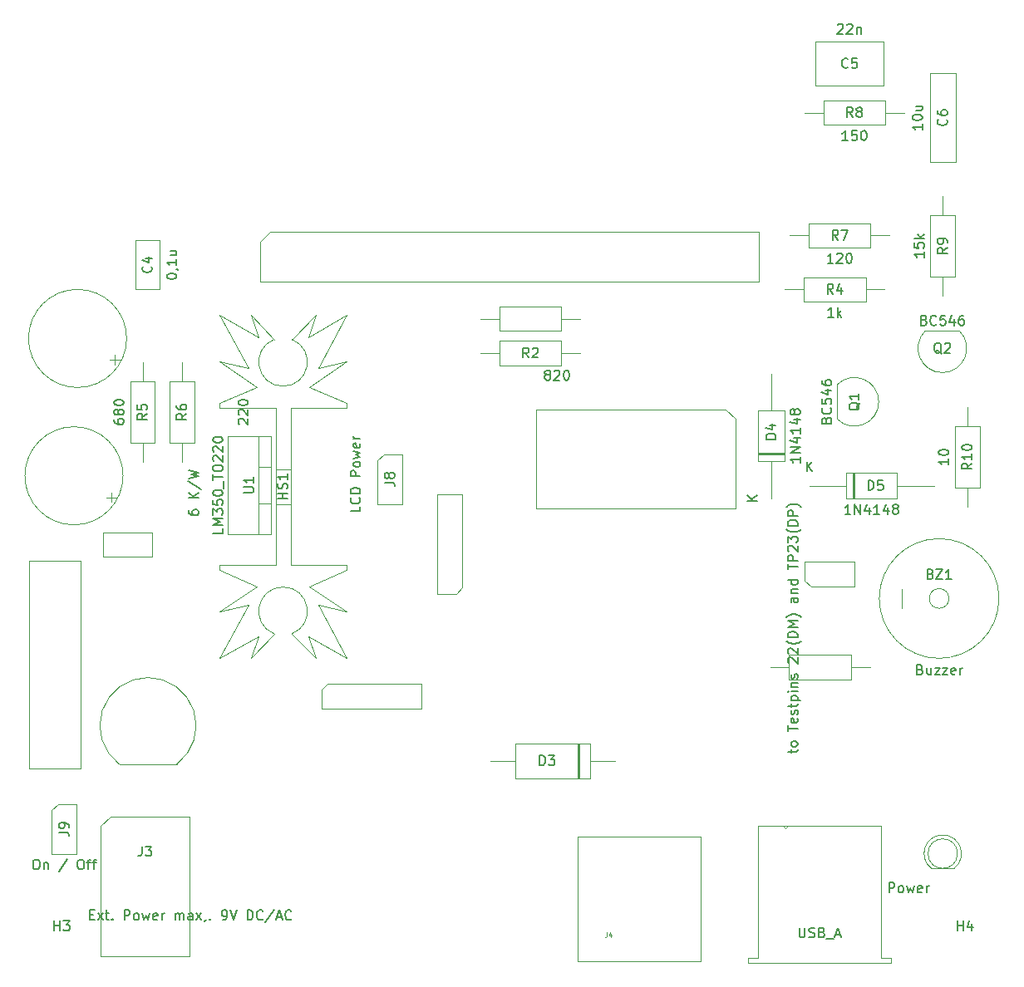
<source format=gbr>
G04 #@! TF.GenerationSoftware,KiCad,Pcbnew,9.0.2*
G04 #@! TF.CreationDate,2025-10-12T16:52:19+02:00*
G04 #@! TF.ProjectId,VT100,50695a65-726f-45f5-9654-3130302e6b69,rev?*
G04 #@! TF.SameCoordinates,PX5e9ac00PYa0ca1c0*
G04 #@! TF.FileFunction,AssemblyDrawing,Top*
%FSLAX46Y46*%
G04 Gerber Fmt 4.6, Leading zero omitted, Abs format (unit mm)*
G04 Created by KiCad (PCBNEW 9.0.2) date 2025-10-12 16:52:19*
%MOMM*%
%LPD*%
G01*
G04 APERTURE LIST*
%ADD10C,0.150000*%
%ADD11C,0.100000*%
%ADD12C,0.120000*%
G04 APERTURE END LIST*
D10*
X6911904Y4868991D02*
X7245237Y4868991D01*
X7388094Y4345181D02*
X6911904Y4345181D01*
X6911904Y4345181D02*
X6911904Y5345181D01*
X6911904Y5345181D02*
X7388094Y5345181D01*
X7721428Y4345181D02*
X8245237Y5011848D01*
X7721428Y5011848D02*
X8245237Y4345181D01*
X8483333Y5011848D02*
X8864285Y5011848D01*
X8626190Y5345181D02*
X8626190Y4488039D01*
X8626190Y4488039D02*
X8673809Y4392800D01*
X8673809Y4392800D02*
X8769047Y4345181D01*
X8769047Y4345181D02*
X8864285Y4345181D01*
X9197619Y4440420D02*
X9245238Y4392800D01*
X9245238Y4392800D02*
X9197619Y4345181D01*
X9197619Y4345181D02*
X9150000Y4392800D01*
X9150000Y4392800D02*
X9197619Y4440420D01*
X9197619Y4440420D02*
X9197619Y4345181D01*
X10435714Y4345181D02*
X10435714Y5345181D01*
X10435714Y5345181D02*
X10816666Y5345181D01*
X10816666Y5345181D02*
X10911904Y5297562D01*
X10911904Y5297562D02*
X10959523Y5249943D01*
X10959523Y5249943D02*
X11007142Y5154705D01*
X11007142Y5154705D02*
X11007142Y5011848D01*
X11007142Y5011848D02*
X10959523Y4916610D01*
X10959523Y4916610D02*
X10911904Y4868991D01*
X10911904Y4868991D02*
X10816666Y4821372D01*
X10816666Y4821372D02*
X10435714Y4821372D01*
X11578571Y4345181D02*
X11483333Y4392800D01*
X11483333Y4392800D02*
X11435714Y4440420D01*
X11435714Y4440420D02*
X11388095Y4535658D01*
X11388095Y4535658D02*
X11388095Y4821372D01*
X11388095Y4821372D02*
X11435714Y4916610D01*
X11435714Y4916610D02*
X11483333Y4964229D01*
X11483333Y4964229D02*
X11578571Y5011848D01*
X11578571Y5011848D02*
X11721428Y5011848D01*
X11721428Y5011848D02*
X11816666Y4964229D01*
X11816666Y4964229D02*
X11864285Y4916610D01*
X11864285Y4916610D02*
X11911904Y4821372D01*
X11911904Y4821372D02*
X11911904Y4535658D01*
X11911904Y4535658D02*
X11864285Y4440420D01*
X11864285Y4440420D02*
X11816666Y4392800D01*
X11816666Y4392800D02*
X11721428Y4345181D01*
X11721428Y4345181D02*
X11578571Y4345181D01*
X12245238Y5011848D02*
X12435714Y4345181D01*
X12435714Y4345181D02*
X12626190Y4821372D01*
X12626190Y4821372D02*
X12816666Y4345181D01*
X12816666Y4345181D02*
X13007142Y5011848D01*
X13769047Y4392800D02*
X13673809Y4345181D01*
X13673809Y4345181D02*
X13483333Y4345181D01*
X13483333Y4345181D02*
X13388095Y4392800D01*
X13388095Y4392800D02*
X13340476Y4488039D01*
X13340476Y4488039D02*
X13340476Y4868991D01*
X13340476Y4868991D02*
X13388095Y4964229D01*
X13388095Y4964229D02*
X13483333Y5011848D01*
X13483333Y5011848D02*
X13673809Y5011848D01*
X13673809Y5011848D02*
X13769047Y4964229D01*
X13769047Y4964229D02*
X13816666Y4868991D01*
X13816666Y4868991D02*
X13816666Y4773753D01*
X13816666Y4773753D02*
X13340476Y4678515D01*
X14245238Y4345181D02*
X14245238Y5011848D01*
X14245238Y4821372D02*
X14292857Y4916610D01*
X14292857Y4916610D02*
X14340476Y4964229D01*
X14340476Y4964229D02*
X14435714Y5011848D01*
X14435714Y5011848D02*
X14530952Y5011848D01*
X15626191Y4345181D02*
X15626191Y5011848D01*
X15626191Y4916610D02*
X15673810Y4964229D01*
X15673810Y4964229D02*
X15769048Y5011848D01*
X15769048Y5011848D02*
X15911905Y5011848D01*
X15911905Y5011848D02*
X16007143Y4964229D01*
X16007143Y4964229D02*
X16054762Y4868991D01*
X16054762Y4868991D02*
X16054762Y4345181D01*
X16054762Y4868991D02*
X16102381Y4964229D01*
X16102381Y4964229D02*
X16197619Y5011848D01*
X16197619Y5011848D02*
X16340476Y5011848D01*
X16340476Y5011848D02*
X16435715Y4964229D01*
X16435715Y4964229D02*
X16483334Y4868991D01*
X16483334Y4868991D02*
X16483334Y4345181D01*
X17388095Y4345181D02*
X17388095Y4868991D01*
X17388095Y4868991D02*
X17340476Y4964229D01*
X17340476Y4964229D02*
X17245238Y5011848D01*
X17245238Y5011848D02*
X17054762Y5011848D01*
X17054762Y5011848D02*
X16959524Y4964229D01*
X17388095Y4392800D02*
X17292857Y4345181D01*
X17292857Y4345181D02*
X17054762Y4345181D01*
X17054762Y4345181D02*
X16959524Y4392800D01*
X16959524Y4392800D02*
X16911905Y4488039D01*
X16911905Y4488039D02*
X16911905Y4583277D01*
X16911905Y4583277D02*
X16959524Y4678515D01*
X16959524Y4678515D02*
X17054762Y4726134D01*
X17054762Y4726134D02*
X17292857Y4726134D01*
X17292857Y4726134D02*
X17388095Y4773753D01*
X17769048Y4345181D02*
X18292857Y5011848D01*
X17769048Y5011848D02*
X18292857Y4345181D01*
X18721429Y4392800D02*
X18721429Y4345181D01*
X18721429Y4345181D02*
X18673810Y4249943D01*
X18673810Y4249943D02*
X18626191Y4202324D01*
X19150000Y4440420D02*
X19197619Y4392800D01*
X19197619Y4392800D02*
X19150000Y4345181D01*
X19150000Y4345181D02*
X19102381Y4392800D01*
X19102381Y4392800D02*
X19150000Y4440420D01*
X19150000Y4440420D02*
X19150000Y4345181D01*
X20435714Y4345181D02*
X20626190Y4345181D01*
X20626190Y4345181D02*
X20721428Y4392800D01*
X20721428Y4392800D02*
X20769047Y4440420D01*
X20769047Y4440420D02*
X20864285Y4583277D01*
X20864285Y4583277D02*
X20911904Y4773753D01*
X20911904Y4773753D02*
X20911904Y5154705D01*
X20911904Y5154705D02*
X20864285Y5249943D01*
X20864285Y5249943D02*
X20816666Y5297562D01*
X20816666Y5297562D02*
X20721428Y5345181D01*
X20721428Y5345181D02*
X20530952Y5345181D01*
X20530952Y5345181D02*
X20435714Y5297562D01*
X20435714Y5297562D02*
X20388095Y5249943D01*
X20388095Y5249943D02*
X20340476Y5154705D01*
X20340476Y5154705D02*
X20340476Y4916610D01*
X20340476Y4916610D02*
X20388095Y4821372D01*
X20388095Y4821372D02*
X20435714Y4773753D01*
X20435714Y4773753D02*
X20530952Y4726134D01*
X20530952Y4726134D02*
X20721428Y4726134D01*
X20721428Y4726134D02*
X20816666Y4773753D01*
X20816666Y4773753D02*
X20864285Y4821372D01*
X20864285Y4821372D02*
X20911904Y4916610D01*
X21197619Y5345181D02*
X21530952Y4345181D01*
X21530952Y4345181D02*
X21864285Y5345181D01*
X22959524Y4345181D02*
X22959524Y5345181D01*
X22959524Y5345181D02*
X23197619Y5345181D01*
X23197619Y5345181D02*
X23340476Y5297562D01*
X23340476Y5297562D02*
X23435714Y5202324D01*
X23435714Y5202324D02*
X23483333Y5107086D01*
X23483333Y5107086D02*
X23530952Y4916610D01*
X23530952Y4916610D02*
X23530952Y4773753D01*
X23530952Y4773753D02*
X23483333Y4583277D01*
X23483333Y4583277D02*
X23435714Y4488039D01*
X23435714Y4488039D02*
X23340476Y4392800D01*
X23340476Y4392800D02*
X23197619Y4345181D01*
X23197619Y4345181D02*
X22959524Y4345181D01*
X24530952Y4440420D02*
X24483333Y4392800D01*
X24483333Y4392800D02*
X24340476Y4345181D01*
X24340476Y4345181D02*
X24245238Y4345181D01*
X24245238Y4345181D02*
X24102381Y4392800D01*
X24102381Y4392800D02*
X24007143Y4488039D01*
X24007143Y4488039D02*
X23959524Y4583277D01*
X23959524Y4583277D02*
X23911905Y4773753D01*
X23911905Y4773753D02*
X23911905Y4916610D01*
X23911905Y4916610D02*
X23959524Y5107086D01*
X23959524Y5107086D02*
X24007143Y5202324D01*
X24007143Y5202324D02*
X24102381Y5297562D01*
X24102381Y5297562D02*
X24245238Y5345181D01*
X24245238Y5345181D02*
X24340476Y5345181D01*
X24340476Y5345181D02*
X24483333Y5297562D01*
X24483333Y5297562D02*
X24530952Y5249943D01*
X25673809Y5392800D02*
X24816667Y4107086D01*
X25959524Y4630896D02*
X26435714Y4630896D01*
X25864286Y4345181D02*
X26197619Y5345181D01*
X26197619Y5345181D02*
X26530952Y4345181D01*
X27435714Y4440420D02*
X27388095Y4392800D01*
X27388095Y4392800D02*
X27245238Y4345181D01*
X27245238Y4345181D02*
X27150000Y4345181D01*
X27150000Y4345181D02*
X27007143Y4392800D01*
X27007143Y4392800D02*
X26911905Y4488039D01*
X26911905Y4488039D02*
X26864286Y4583277D01*
X26864286Y4583277D02*
X26816667Y4773753D01*
X26816667Y4773753D02*
X26816667Y4916610D01*
X26816667Y4916610D02*
X26864286Y5107086D01*
X26864286Y5107086D02*
X26911905Y5202324D01*
X26911905Y5202324D02*
X27007143Y5297562D01*
X27007143Y5297562D02*
X27150000Y5345181D01*
X27150000Y5345181D02*
X27245238Y5345181D01*
X27245238Y5345181D02*
X27388095Y5297562D01*
X27388095Y5297562D02*
X27435714Y5249943D01*
X12216666Y11845181D02*
X12216666Y11130896D01*
X12216666Y11130896D02*
X12169047Y10988039D01*
X12169047Y10988039D02*
X12073809Y10892800D01*
X12073809Y10892800D02*
X11930952Y10845181D01*
X11930952Y10845181D02*
X11835714Y10845181D01*
X12597619Y11845181D02*
X13216666Y11845181D01*
X13216666Y11845181D02*
X12883333Y11464229D01*
X12883333Y11464229D02*
X13026190Y11464229D01*
X13026190Y11464229D02*
X13121428Y11416610D01*
X13121428Y11416610D02*
X13169047Y11368991D01*
X13169047Y11368991D02*
X13216666Y11273753D01*
X13216666Y11273753D02*
X13216666Y11035658D01*
X13216666Y11035658D02*
X13169047Y10940420D01*
X13169047Y10940420D02*
X13121428Y10892800D01*
X13121428Y10892800D02*
X13026190Y10845181D01*
X13026190Y10845181D02*
X12740476Y10845181D01*
X12740476Y10845181D02*
X12645238Y10892800D01*
X12645238Y10892800D02*
X12597619Y10940420D01*
X9384819Y55338096D02*
X9384819Y55147620D01*
X9384819Y55147620D02*
X9432438Y55052382D01*
X9432438Y55052382D02*
X9480057Y55004763D01*
X9480057Y55004763D02*
X9622914Y54909525D01*
X9622914Y54909525D02*
X9813390Y54861906D01*
X9813390Y54861906D02*
X10194342Y54861906D01*
X10194342Y54861906D02*
X10289580Y54909525D01*
X10289580Y54909525D02*
X10337200Y54957144D01*
X10337200Y54957144D02*
X10384819Y55052382D01*
X10384819Y55052382D02*
X10384819Y55242858D01*
X10384819Y55242858D02*
X10337200Y55338096D01*
X10337200Y55338096D02*
X10289580Y55385715D01*
X10289580Y55385715D02*
X10194342Y55433334D01*
X10194342Y55433334D02*
X9956247Y55433334D01*
X9956247Y55433334D02*
X9861009Y55385715D01*
X9861009Y55385715D02*
X9813390Y55338096D01*
X9813390Y55338096D02*
X9765771Y55242858D01*
X9765771Y55242858D02*
X9765771Y55052382D01*
X9765771Y55052382D02*
X9813390Y54957144D01*
X9813390Y54957144D02*
X9861009Y54909525D01*
X9861009Y54909525D02*
X9956247Y54861906D01*
X9813390Y56004763D02*
X9765771Y55909525D01*
X9765771Y55909525D02*
X9718152Y55861906D01*
X9718152Y55861906D02*
X9622914Y55814287D01*
X9622914Y55814287D02*
X9575295Y55814287D01*
X9575295Y55814287D02*
X9480057Y55861906D01*
X9480057Y55861906D02*
X9432438Y55909525D01*
X9432438Y55909525D02*
X9384819Y56004763D01*
X9384819Y56004763D02*
X9384819Y56195239D01*
X9384819Y56195239D02*
X9432438Y56290477D01*
X9432438Y56290477D02*
X9480057Y56338096D01*
X9480057Y56338096D02*
X9575295Y56385715D01*
X9575295Y56385715D02*
X9622914Y56385715D01*
X9622914Y56385715D02*
X9718152Y56338096D01*
X9718152Y56338096D02*
X9765771Y56290477D01*
X9765771Y56290477D02*
X9813390Y56195239D01*
X9813390Y56195239D02*
X9813390Y56004763D01*
X9813390Y56004763D02*
X9861009Y55909525D01*
X9861009Y55909525D02*
X9908628Y55861906D01*
X9908628Y55861906D02*
X10003866Y55814287D01*
X10003866Y55814287D02*
X10194342Y55814287D01*
X10194342Y55814287D02*
X10289580Y55861906D01*
X10289580Y55861906D02*
X10337200Y55909525D01*
X10337200Y55909525D02*
X10384819Y56004763D01*
X10384819Y56004763D02*
X10384819Y56195239D01*
X10384819Y56195239D02*
X10337200Y56290477D01*
X10337200Y56290477D02*
X10289580Y56338096D01*
X10289580Y56338096D02*
X10194342Y56385715D01*
X10194342Y56385715D02*
X10003866Y56385715D01*
X10003866Y56385715D02*
X9908628Y56338096D01*
X9908628Y56338096D02*
X9861009Y56290477D01*
X9861009Y56290477D02*
X9813390Y56195239D01*
X9384819Y57004763D02*
X9384819Y57100001D01*
X9384819Y57100001D02*
X9432438Y57195239D01*
X9432438Y57195239D02*
X9480057Y57242858D01*
X9480057Y57242858D02*
X9575295Y57290477D01*
X9575295Y57290477D02*
X9765771Y57338096D01*
X9765771Y57338096D02*
X10003866Y57338096D01*
X10003866Y57338096D02*
X10194342Y57290477D01*
X10194342Y57290477D02*
X10289580Y57242858D01*
X10289580Y57242858D02*
X10337200Y57195239D01*
X10337200Y57195239D02*
X10384819Y57100001D01*
X10384819Y57100001D02*
X10384819Y57004763D01*
X10384819Y57004763D02*
X10337200Y56909525D01*
X10337200Y56909525D02*
X10289580Y56861906D01*
X10289580Y56861906D02*
X10194342Y56814287D01*
X10194342Y56814287D02*
X10003866Y56766668D01*
X10003866Y56766668D02*
X9765771Y56766668D01*
X9765771Y56766668D02*
X9575295Y56814287D01*
X9575295Y56814287D02*
X9480057Y56861906D01*
X9480057Y56861906D02*
X9432438Y56909525D01*
X9432438Y56909525D02*
X9384819Y57004763D01*
X12754819Y55933334D02*
X12278628Y55600001D01*
X12754819Y55361906D02*
X11754819Y55361906D01*
X11754819Y55361906D02*
X11754819Y55742858D01*
X11754819Y55742858D02*
X11802438Y55838096D01*
X11802438Y55838096D02*
X11850057Y55885715D01*
X11850057Y55885715D02*
X11945295Y55933334D01*
X11945295Y55933334D02*
X12088152Y55933334D01*
X12088152Y55933334D02*
X12183390Y55885715D01*
X12183390Y55885715D02*
X12231009Y55838096D01*
X12231009Y55838096D02*
X12278628Y55742858D01*
X12278628Y55742858D02*
X12278628Y55361906D01*
X11754819Y56838096D02*
X11754819Y56361906D01*
X11754819Y56361906D02*
X12231009Y56314287D01*
X12231009Y56314287D02*
X12183390Y56361906D01*
X12183390Y56361906D02*
X12135771Y56457144D01*
X12135771Y56457144D02*
X12135771Y56695239D01*
X12135771Y56695239D02*
X12183390Y56790477D01*
X12183390Y56790477D02*
X12231009Y56838096D01*
X12231009Y56838096D02*
X12326247Y56885715D01*
X12326247Y56885715D02*
X12564342Y56885715D01*
X12564342Y56885715D02*
X12659580Y56838096D01*
X12659580Y56838096D02*
X12707200Y56790477D01*
X12707200Y56790477D02*
X12754819Y56695239D01*
X12754819Y56695239D02*
X12754819Y56457144D01*
X12754819Y56457144D02*
X12707200Y56361906D01*
X12707200Y56361906D02*
X12659580Y56314287D01*
X3288095Y3245181D02*
X3288095Y4245181D01*
X3288095Y3768991D02*
X3859523Y3768991D01*
X3859523Y3245181D02*
X3859523Y4245181D01*
X4240476Y4245181D02*
X4859523Y4245181D01*
X4859523Y4245181D02*
X4526190Y3864229D01*
X4526190Y3864229D02*
X4669047Y3864229D01*
X4669047Y3864229D02*
X4764285Y3816610D01*
X4764285Y3816610D02*
X4811904Y3768991D01*
X4811904Y3768991D02*
X4859523Y3673753D01*
X4859523Y3673753D02*
X4859523Y3435658D01*
X4859523Y3435658D02*
X4811904Y3340420D01*
X4811904Y3340420D02*
X4764285Y3292800D01*
X4764285Y3292800D02*
X4669047Y3245181D01*
X4669047Y3245181D02*
X4383333Y3245181D01*
X4383333Y3245181D02*
X4288095Y3292800D01*
X4288095Y3292800D02*
X4240476Y3340420D01*
X81941009Y55282858D02*
X81988628Y55425715D01*
X81988628Y55425715D02*
X82036247Y55473334D01*
X82036247Y55473334D02*
X82131485Y55520953D01*
X82131485Y55520953D02*
X82274342Y55520953D01*
X82274342Y55520953D02*
X82369580Y55473334D01*
X82369580Y55473334D02*
X82417200Y55425715D01*
X82417200Y55425715D02*
X82464819Y55330477D01*
X82464819Y55330477D02*
X82464819Y54949525D01*
X82464819Y54949525D02*
X81464819Y54949525D01*
X81464819Y54949525D02*
X81464819Y55282858D01*
X81464819Y55282858D02*
X81512438Y55378096D01*
X81512438Y55378096D02*
X81560057Y55425715D01*
X81560057Y55425715D02*
X81655295Y55473334D01*
X81655295Y55473334D02*
X81750533Y55473334D01*
X81750533Y55473334D02*
X81845771Y55425715D01*
X81845771Y55425715D02*
X81893390Y55378096D01*
X81893390Y55378096D02*
X81941009Y55282858D01*
X81941009Y55282858D02*
X81941009Y54949525D01*
X82369580Y56520953D02*
X82417200Y56473334D01*
X82417200Y56473334D02*
X82464819Y56330477D01*
X82464819Y56330477D02*
X82464819Y56235239D01*
X82464819Y56235239D02*
X82417200Y56092382D01*
X82417200Y56092382D02*
X82321961Y55997144D01*
X82321961Y55997144D02*
X82226723Y55949525D01*
X82226723Y55949525D02*
X82036247Y55901906D01*
X82036247Y55901906D02*
X81893390Y55901906D01*
X81893390Y55901906D02*
X81702914Y55949525D01*
X81702914Y55949525D02*
X81607676Y55997144D01*
X81607676Y55997144D02*
X81512438Y56092382D01*
X81512438Y56092382D02*
X81464819Y56235239D01*
X81464819Y56235239D02*
X81464819Y56330477D01*
X81464819Y56330477D02*
X81512438Y56473334D01*
X81512438Y56473334D02*
X81560057Y56520953D01*
X81464819Y57425715D02*
X81464819Y56949525D01*
X81464819Y56949525D02*
X81941009Y56901906D01*
X81941009Y56901906D02*
X81893390Y56949525D01*
X81893390Y56949525D02*
X81845771Y57044763D01*
X81845771Y57044763D02*
X81845771Y57282858D01*
X81845771Y57282858D02*
X81893390Y57378096D01*
X81893390Y57378096D02*
X81941009Y57425715D01*
X81941009Y57425715D02*
X82036247Y57473334D01*
X82036247Y57473334D02*
X82274342Y57473334D01*
X82274342Y57473334D02*
X82369580Y57425715D01*
X82369580Y57425715D02*
X82417200Y57378096D01*
X82417200Y57378096D02*
X82464819Y57282858D01*
X82464819Y57282858D02*
X82464819Y57044763D01*
X82464819Y57044763D02*
X82417200Y56949525D01*
X82417200Y56949525D02*
X82369580Y56901906D01*
X81798152Y58330477D02*
X82464819Y58330477D01*
X81417200Y58092382D02*
X82131485Y57854287D01*
X82131485Y57854287D02*
X82131485Y58473334D01*
X81464819Y59282858D02*
X81464819Y59092382D01*
X81464819Y59092382D02*
X81512438Y58997144D01*
X81512438Y58997144D02*
X81560057Y58949525D01*
X81560057Y58949525D02*
X81702914Y58854287D01*
X81702914Y58854287D02*
X81893390Y58806668D01*
X81893390Y58806668D02*
X82274342Y58806668D01*
X82274342Y58806668D02*
X82369580Y58854287D01*
X82369580Y58854287D02*
X82417200Y58901906D01*
X82417200Y58901906D02*
X82464819Y58997144D01*
X82464819Y58997144D02*
X82464819Y59187620D01*
X82464819Y59187620D02*
X82417200Y59282858D01*
X82417200Y59282858D02*
X82369580Y59330477D01*
X82369580Y59330477D02*
X82274342Y59378096D01*
X82274342Y59378096D02*
X82036247Y59378096D01*
X82036247Y59378096D02*
X81941009Y59330477D01*
X81941009Y59330477D02*
X81893390Y59282858D01*
X81893390Y59282858D02*
X81845771Y59187620D01*
X81845771Y59187620D02*
X81845771Y58997144D01*
X81845771Y58997144D02*
X81893390Y58901906D01*
X81893390Y58901906D02*
X81941009Y58854287D01*
X81941009Y58854287D02*
X82036247Y58806668D01*
X85350057Y57044762D02*
X85302438Y56949524D01*
X85302438Y56949524D02*
X85207200Y56854286D01*
X85207200Y56854286D02*
X85064342Y56711429D01*
X85064342Y56711429D02*
X85016723Y56616191D01*
X85016723Y56616191D02*
X85016723Y56520953D01*
X85254819Y56568572D02*
X85207200Y56473334D01*
X85207200Y56473334D02*
X85111961Y56378096D01*
X85111961Y56378096D02*
X84921485Y56330477D01*
X84921485Y56330477D02*
X84588152Y56330477D01*
X84588152Y56330477D02*
X84397676Y56378096D01*
X84397676Y56378096D02*
X84302438Y56473334D01*
X84302438Y56473334D02*
X84254819Y56568572D01*
X84254819Y56568572D02*
X84254819Y56759048D01*
X84254819Y56759048D02*
X84302438Y56854286D01*
X84302438Y56854286D02*
X84397676Y56949524D01*
X84397676Y56949524D02*
X84588152Y56997143D01*
X84588152Y56997143D02*
X84921485Y56997143D01*
X84921485Y56997143D02*
X85111961Y56949524D01*
X85111961Y56949524D02*
X85207200Y56854286D01*
X85207200Y56854286D02*
X85254819Y56759048D01*
X85254819Y56759048D02*
X85254819Y56568572D01*
X85254819Y57949524D02*
X85254819Y57378096D01*
X85254819Y57663810D02*
X84254819Y57663810D01*
X84254819Y57663810D02*
X84397676Y57568572D01*
X84397676Y57568572D02*
X84492914Y57473334D01*
X84492914Y57473334D02*
X84540533Y57378096D01*
X91704819Y85457143D02*
X91704819Y84885715D01*
X91704819Y85171429D02*
X90704819Y85171429D01*
X90704819Y85171429D02*
X90847676Y85076191D01*
X90847676Y85076191D02*
X90942914Y84980953D01*
X90942914Y84980953D02*
X90990533Y84885715D01*
X90704819Y86076191D02*
X90704819Y86171429D01*
X90704819Y86171429D02*
X90752438Y86266667D01*
X90752438Y86266667D02*
X90800057Y86314286D01*
X90800057Y86314286D02*
X90895295Y86361905D01*
X90895295Y86361905D02*
X91085771Y86409524D01*
X91085771Y86409524D02*
X91323866Y86409524D01*
X91323866Y86409524D02*
X91514342Y86361905D01*
X91514342Y86361905D02*
X91609580Y86314286D01*
X91609580Y86314286D02*
X91657200Y86266667D01*
X91657200Y86266667D02*
X91704819Y86171429D01*
X91704819Y86171429D02*
X91704819Y86076191D01*
X91704819Y86076191D02*
X91657200Y85980953D01*
X91657200Y85980953D02*
X91609580Y85933334D01*
X91609580Y85933334D02*
X91514342Y85885715D01*
X91514342Y85885715D02*
X91323866Y85838096D01*
X91323866Y85838096D02*
X91085771Y85838096D01*
X91085771Y85838096D02*
X90895295Y85885715D01*
X90895295Y85885715D02*
X90800057Y85933334D01*
X90800057Y85933334D02*
X90752438Y85980953D01*
X90752438Y85980953D02*
X90704819Y86076191D01*
X91038152Y87266667D02*
X91704819Y87266667D01*
X91038152Y86838096D02*
X91561961Y86838096D01*
X91561961Y86838096D02*
X91657200Y86885715D01*
X91657200Y86885715D02*
X91704819Y86980953D01*
X91704819Y86980953D02*
X91704819Y87123810D01*
X91704819Y87123810D02*
X91657200Y87219048D01*
X91657200Y87219048D02*
X91609580Y87266667D01*
X94159580Y85933334D02*
X94207200Y85885715D01*
X94207200Y85885715D02*
X94254819Y85742858D01*
X94254819Y85742858D02*
X94254819Y85647620D01*
X94254819Y85647620D02*
X94207200Y85504763D01*
X94207200Y85504763D02*
X94111961Y85409525D01*
X94111961Y85409525D02*
X94016723Y85361906D01*
X94016723Y85361906D02*
X93826247Y85314287D01*
X93826247Y85314287D02*
X93683390Y85314287D01*
X93683390Y85314287D02*
X93492914Y85361906D01*
X93492914Y85361906D02*
X93397676Y85409525D01*
X93397676Y85409525D02*
X93302438Y85504763D01*
X93302438Y85504763D02*
X93254819Y85647620D01*
X93254819Y85647620D02*
X93254819Y85742858D01*
X93254819Y85742858D02*
X93302438Y85885715D01*
X93302438Y85885715D02*
X93350057Y85933334D01*
X93254819Y86790477D02*
X93254819Y86600001D01*
X93254819Y86600001D02*
X93302438Y86504763D01*
X93302438Y86504763D02*
X93350057Y86457144D01*
X93350057Y86457144D02*
X93492914Y86361906D01*
X93492914Y86361906D02*
X93683390Y86314287D01*
X93683390Y86314287D02*
X94064342Y86314287D01*
X94064342Y86314287D02*
X94159580Y86361906D01*
X94159580Y86361906D02*
X94207200Y86409525D01*
X94207200Y86409525D02*
X94254819Y86504763D01*
X94254819Y86504763D02*
X94254819Y86695239D01*
X94254819Y86695239D02*
X94207200Y86790477D01*
X94207200Y86790477D02*
X94159580Y86838096D01*
X94159580Y86838096D02*
X94064342Y86885715D01*
X94064342Y86885715D02*
X93826247Y86885715D01*
X93826247Y86885715D02*
X93731009Y86838096D01*
X93731009Y86838096D02*
X93683390Y86790477D01*
X93683390Y86790477D02*
X93635771Y86695239D01*
X93635771Y86695239D02*
X93635771Y86504763D01*
X93635771Y86504763D02*
X93683390Y86409525D01*
X93683390Y86409525D02*
X93731009Y86361906D01*
X93731009Y86361906D02*
X93826247Y86314287D01*
X20454819Y44235238D02*
X20454819Y43759048D01*
X20454819Y43759048D02*
X19454819Y43759048D01*
X20454819Y44568572D02*
X19454819Y44568572D01*
X19454819Y44568572D02*
X20169104Y44901905D01*
X20169104Y44901905D02*
X19454819Y45235238D01*
X19454819Y45235238D02*
X20454819Y45235238D01*
X19454819Y45616191D02*
X19454819Y46235238D01*
X19454819Y46235238D02*
X19835771Y45901905D01*
X19835771Y45901905D02*
X19835771Y46044762D01*
X19835771Y46044762D02*
X19883390Y46140000D01*
X19883390Y46140000D02*
X19931009Y46187619D01*
X19931009Y46187619D02*
X20026247Y46235238D01*
X20026247Y46235238D02*
X20264342Y46235238D01*
X20264342Y46235238D02*
X20359580Y46187619D01*
X20359580Y46187619D02*
X20407200Y46140000D01*
X20407200Y46140000D02*
X20454819Y46044762D01*
X20454819Y46044762D02*
X20454819Y45759048D01*
X20454819Y45759048D02*
X20407200Y45663810D01*
X20407200Y45663810D02*
X20359580Y45616191D01*
X19454819Y47140000D02*
X19454819Y46663810D01*
X19454819Y46663810D02*
X19931009Y46616191D01*
X19931009Y46616191D02*
X19883390Y46663810D01*
X19883390Y46663810D02*
X19835771Y46759048D01*
X19835771Y46759048D02*
X19835771Y46997143D01*
X19835771Y46997143D02*
X19883390Y47092381D01*
X19883390Y47092381D02*
X19931009Y47140000D01*
X19931009Y47140000D02*
X20026247Y47187619D01*
X20026247Y47187619D02*
X20264342Y47187619D01*
X20264342Y47187619D02*
X20359580Y47140000D01*
X20359580Y47140000D02*
X20407200Y47092381D01*
X20407200Y47092381D02*
X20454819Y46997143D01*
X20454819Y46997143D02*
X20454819Y46759048D01*
X20454819Y46759048D02*
X20407200Y46663810D01*
X20407200Y46663810D02*
X20359580Y46616191D01*
X19454819Y47806667D02*
X19454819Y47901905D01*
X19454819Y47901905D02*
X19502438Y47997143D01*
X19502438Y47997143D02*
X19550057Y48044762D01*
X19550057Y48044762D02*
X19645295Y48092381D01*
X19645295Y48092381D02*
X19835771Y48140000D01*
X19835771Y48140000D02*
X20073866Y48140000D01*
X20073866Y48140000D02*
X20264342Y48092381D01*
X20264342Y48092381D02*
X20359580Y48044762D01*
X20359580Y48044762D02*
X20407200Y47997143D01*
X20407200Y47997143D02*
X20454819Y47901905D01*
X20454819Y47901905D02*
X20454819Y47806667D01*
X20454819Y47806667D02*
X20407200Y47711429D01*
X20407200Y47711429D02*
X20359580Y47663810D01*
X20359580Y47663810D02*
X20264342Y47616191D01*
X20264342Y47616191D02*
X20073866Y47568572D01*
X20073866Y47568572D02*
X19835771Y47568572D01*
X19835771Y47568572D02*
X19645295Y47616191D01*
X19645295Y47616191D02*
X19550057Y47663810D01*
X19550057Y47663810D02*
X19502438Y47711429D01*
X19502438Y47711429D02*
X19454819Y47806667D01*
X20550057Y48330476D02*
X20550057Y49092381D01*
X19454819Y49187620D02*
X19454819Y49759048D01*
X20454819Y49473334D02*
X19454819Y49473334D01*
X19454819Y50282858D02*
X19454819Y50473334D01*
X19454819Y50473334D02*
X19502438Y50568572D01*
X19502438Y50568572D02*
X19597676Y50663810D01*
X19597676Y50663810D02*
X19788152Y50711429D01*
X19788152Y50711429D02*
X20121485Y50711429D01*
X20121485Y50711429D02*
X20311961Y50663810D01*
X20311961Y50663810D02*
X20407200Y50568572D01*
X20407200Y50568572D02*
X20454819Y50473334D01*
X20454819Y50473334D02*
X20454819Y50282858D01*
X20454819Y50282858D02*
X20407200Y50187620D01*
X20407200Y50187620D02*
X20311961Y50092382D01*
X20311961Y50092382D02*
X20121485Y50044763D01*
X20121485Y50044763D02*
X19788152Y50044763D01*
X19788152Y50044763D02*
X19597676Y50092382D01*
X19597676Y50092382D02*
X19502438Y50187620D01*
X19502438Y50187620D02*
X19454819Y50282858D01*
X19550057Y51092382D02*
X19502438Y51140001D01*
X19502438Y51140001D02*
X19454819Y51235239D01*
X19454819Y51235239D02*
X19454819Y51473334D01*
X19454819Y51473334D02*
X19502438Y51568572D01*
X19502438Y51568572D02*
X19550057Y51616191D01*
X19550057Y51616191D02*
X19645295Y51663810D01*
X19645295Y51663810D02*
X19740533Y51663810D01*
X19740533Y51663810D02*
X19883390Y51616191D01*
X19883390Y51616191D02*
X20454819Y51044763D01*
X20454819Y51044763D02*
X20454819Y51663810D01*
X19550057Y52044763D02*
X19502438Y52092382D01*
X19502438Y52092382D02*
X19454819Y52187620D01*
X19454819Y52187620D02*
X19454819Y52425715D01*
X19454819Y52425715D02*
X19502438Y52520953D01*
X19502438Y52520953D02*
X19550057Y52568572D01*
X19550057Y52568572D02*
X19645295Y52616191D01*
X19645295Y52616191D02*
X19740533Y52616191D01*
X19740533Y52616191D02*
X19883390Y52568572D01*
X19883390Y52568572D02*
X20454819Y51997144D01*
X20454819Y51997144D02*
X20454819Y52616191D01*
X19454819Y53235239D02*
X19454819Y53330477D01*
X19454819Y53330477D02*
X19502438Y53425715D01*
X19502438Y53425715D02*
X19550057Y53473334D01*
X19550057Y53473334D02*
X19645295Y53520953D01*
X19645295Y53520953D02*
X19835771Y53568572D01*
X19835771Y53568572D02*
X20073866Y53568572D01*
X20073866Y53568572D02*
X20264342Y53520953D01*
X20264342Y53520953D02*
X20359580Y53473334D01*
X20359580Y53473334D02*
X20407200Y53425715D01*
X20407200Y53425715D02*
X20454819Y53330477D01*
X20454819Y53330477D02*
X20454819Y53235239D01*
X20454819Y53235239D02*
X20407200Y53140001D01*
X20407200Y53140001D02*
X20359580Y53092382D01*
X20359580Y53092382D02*
X20264342Y53044763D01*
X20264342Y53044763D02*
X20073866Y52997144D01*
X20073866Y52997144D02*
X19835771Y52997144D01*
X19835771Y52997144D02*
X19645295Y53044763D01*
X19645295Y53044763D02*
X19550057Y53092382D01*
X19550057Y53092382D02*
X19502438Y53140001D01*
X19502438Y53140001D02*
X19454819Y53235239D01*
X22604819Y47878096D02*
X23414342Y47878096D01*
X23414342Y47878096D02*
X23509580Y47925715D01*
X23509580Y47925715D02*
X23557200Y47973334D01*
X23557200Y47973334D02*
X23604819Y48068572D01*
X23604819Y48068572D02*
X23604819Y48259048D01*
X23604819Y48259048D02*
X23557200Y48354286D01*
X23557200Y48354286D02*
X23509580Y48401905D01*
X23509580Y48401905D02*
X23414342Y48449524D01*
X23414342Y48449524D02*
X22604819Y48449524D01*
X23604819Y49449524D02*
X23604819Y48878096D01*
X23604819Y49163810D02*
X22604819Y49163810D01*
X22604819Y49163810D02*
X22747676Y49068572D01*
X22747676Y49068572D02*
X22842914Y48973334D01*
X22842914Y48973334D02*
X22890533Y48878096D01*
X83085714Y95549943D02*
X83133333Y95597562D01*
X83133333Y95597562D02*
X83228571Y95645181D01*
X83228571Y95645181D02*
X83466666Y95645181D01*
X83466666Y95645181D02*
X83561904Y95597562D01*
X83561904Y95597562D02*
X83609523Y95549943D01*
X83609523Y95549943D02*
X83657142Y95454705D01*
X83657142Y95454705D02*
X83657142Y95359467D01*
X83657142Y95359467D02*
X83609523Y95216610D01*
X83609523Y95216610D02*
X83038095Y94645181D01*
X83038095Y94645181D02*
X83657142Y94645181D01*
X84038095Y95549943D02*
X84085714Y95597562D01*
X84085714Y95597562D02*
X84180952Y95645181D01*
X84180952Y95645181D02*
X84419047Y95645181D01*
X84419047Y95645181D02*
X84514285Y95597562D01*
X84514285Y95597562D02*
X84561904Y95549943D01*
X84561904Y95549943D02*
X84609523Y95454705D01*
X84609523Y95454705D02*
X84609523Y95359467D01*
X84609523Y95359467D02*
X84561904Y95216610D01*
X84561904Y95216610D02*
X83990476Y94645181D01*
X83990476Y94645181D02*
X84609523Y94645181D01*
X85038095Y95311848D02*
X85038095Y94645181D01*
X85038095Y95216610D02*
X85085714Y95264229D01*
X85085714Y95264229D02*
X85180952Y95311848D01*
X85180952Y95311848D02*
X85323809Y95311848D01*
X85323809Y95311848D02*
X85419047Y95264229D01*
X85419047Y95264229D02*
X85466666Y95168991D01*
X85466666Y95168991D02*
X85466666Y94645181D01*
X84133333Y91240420D02*
X84085714Y91192800D01*
X84085714Y91192800D02*
X83942857Y91145181D01*
X83942857Y91145181D02*
X83847619Y91145181D01*
X83847619Y91145181D02*
X83704762Y91192800D01*
X83704762Y91192800D02*
X83609524Y91288039D01*
X83609524Y91288039D02*
X83561905Y91383277D01*
X83561905Y91383277D02*
X83514286Y91573753D01*
X83514286Y91573753D02*
X83514286Y91716610D01*
X83514286Y91716610D02*
X83561905Y91907086D01*
X83561905Y91907086D02*
X83609524Y92002324D01*
X83609524Y92002324D02*
X83704762Y92097562D01*
X83704762Y92097562D02*
X83847619Y92145181D01*
X83847619Y92145181D02*
X83942857Y92145181D01*
X83942857Y92145181D02*
X84085714Y92097562D01*
X84085714Y92097562D02*
X84133333Y92049943D01*
X85038095Y92145181D02*
X84561905Y92145181D01*
X84561905Y92145181D02*
X84514286Y91668991D01*
X84514286Y91668991D02*
X84561905Y91716610D01*
X84561905Y91716610D02*
X84657143Y91764229D01*
X84657143Y91764229D02*
X84895238Y91764229D01*
X84895238Y91764229D02*
X84990476Y91716610D01*
X84990476Y91716610D02*
X85038095Y91668991D01*
X85038095Y91668991D02*
X85085714Y91573753D01*
X85085714Y91573753D02*
X85085714Y91335658D01*
X85085714Y91335658D02*
X85038095Y91240420D01*
X85038095Y91240420D02*
X84990476Y91192800D01*
X84990476Y91192800D02*
X84895238Y91145181D01*
X84895238Y91145181D02*
X84657143Y91145181D01*
X84657143Y91145181D02*
X84561905Y91192800D01*
X84561905Y91192800D02*
X84514286Y91240420D01*
D11*
X59583333Y3073891D02*
X59583333Y2716748D01*
X59583333Y2716748D02*
X59559524Y2645320D01*
X59559524Y2645320D02*
X59511905Y2597700D01*
X59511905Y2597700D02*
X59440476Y2573891D01*
X59440476Y2573891D02*
X59392857Y2573891D01*
X60035714Y2907224D02*
X60035714Y2573891D01*
X59916666Y3097700D02*
X59797619Y2740558D01*
X59797619Y2740558D02*
X60107142Y2740558D01*
D10*
X88323809Y7145181D02*
X88323809Y8145181D01*
X88323809Y8145181D02*
X88704761Y8145181D01*
X88704761Y8145181D02*
X88799999Y8097562D01*
X88799999Y8097562D02*
X88847618Y8049943D01*
X88847618Y8049943D02*
X88895237Y7954705D01*
X88895237Y7954705D02*
X88895237Y7811848D01*
X88895237Y7811848D02*
X88847618Y7716610D01*
X88847618Y7716610D02*
X88799999Y7668991D01*
X88799999Y7668991D02*
X88704761Y7621372D01*
X88704761Y7621372D02*
X88323809Y7621372D01*
X89466666Y7145181D02*
X89371428Y7192800D01*
X89371428Y7192800D02*
X89323809Y7240420D01*
X89323809Y7240420D02*
X89276190Y7335658D01*
X89276190Y7335658D02*
X89276190Y7621372D01*
X89276190Y7621372D02*
X89323809Y7716610D01*
X89323809Y7716610D02*
X89371428Y7764229D01*
X89371428Y7764229D02*
X89466666Y7811848D01*
X89466666Y7811848D02*
X89609523Y7811848D01*
X89609523Y7811848D02*
X89704761Y7764229D01*
X89704761Y7764229D02*
X89752380Y7716610D01*
X89752380Y7716610D02*
X89799999Y7621372D01*
X89799999Y7621372D02*
X89799999Y7335658D01*
X89799999Y7335658D02*
X89752380Y7240420D01*
X89752380Y7240420D02*
X89704761Y7192800D01*
X89704761Y7192800D02*
X89609523Y7145181D01*
X89609523Y7145181D02*
X89466666Y7145181D01*
X90133333Y7811848D02*
X90323809Y7145181D01*
X90323809Y7145181D02*
X90514285Y7621372D01*
X90514285Y7621372D02*
X90704761Y7145181D01*
X90704761Y7145181D02*
X90895237Y7811848D01*
X91657142Y7192800D02*
X91561904Y7145181D01*
X91561904Y7145181D02*
X91371428Y7145181D01*
X91371428Y7145181D02*
X91276190Y7192800D01*
X91276190Y7192800D02*
X91228571Y7288039D01*
X91228571Y7288039D02*
X91228571Y7668991D01*
X91228571Y7668991D02*
X91276190Y7764229D01*
X91276190Y7764229D02*
X91371428Y7811848D01*
X91371428Y7811848D02*
X91561904Y7811848D01*
X91561904Y7811848D02*
X91657142Y7764229D01*
X91657142Y7764229D02*
X91704761Y7668991D01*
X91704761Y7668991D02*
X91704761Y7573753D01*
X91704761Y7573753D02*
X91228571Y7478515D01*
X92133333Y7145181D02*
X92133333Y7811848D01*
X92133333Y7621372D02*
X92180952Y7716610D01*
X92180952Y7716610D02*
X92228571Y7764229D01*
X92228571Y7764229D02*
X92323809Y7811848D01*
X92323809Y7811848D02*
X92419047Y7811848D01*
X91902857Y65458991D02*
X92045714Y65411372D01*
X92045714Y65411372D02*
X92093333Y65363753D01*
X92093333Y65363753D02*
X92140952Y65268515D01*
X92140952Y65268515D02*
X92140952Y65125658D01*
X92140952Y65125658D02*
X92093333Y65030420D01*
X92093333Y65030420D02*
X92045714Y64982800D01*
X92045714Y64982800D02*
X91950476Y64935181D01*
X91950476Y64935181D02*
X91569524Y64935181D01*
X91569524Y64935181D02*
X91569524Y65935181D01*
X91569524Y65935181D02*
X91902857Y65935181D01*
X91902857Y65935181D02*
X91998095Y65887562D01*
X91998095Y65887562D02*
X92045714Y65839943D01*
X92045714Y65839943D02*
X92093333Y65744705D01*
X92093333Y65744705D02*
X92093333Y65649467D01*
X92093333Y65649467D02*
X92045714Y65554229D01*
X92045714Y65554229D02*
X91998095Y65506610D01*
X91998095Y65506610D02*
X91902857Y65458991D01*
X91902857Y65458991D02*
X91569524Y65458991D01*
X93140952Y65030420D02*
X93093333Y64982800D01*
X93093333Y64982800D02*
X92950476Y64935181D01*
X92950476Y64935181D02*
X92855238Y64935181D01*
X92855238Y64935181D02*
X92712381Y64982800D01*
X92712381Y64982800D02*
X92617143Y65078039D01*
X92617143Y65078039D02*
X92569524Y65173277D01*
X92569524Y65173277D02*
X92521905Y65363753D01*
X92521905Y65363753D02*
X92521905Y65506610D01*
X92521905Y65506610D02*
X92569524Y65697086D01*
X92569524Y65697086D02*
X92617143Y65792324D01*
X92617143Y65792324D02*
X92712381Y65887562D01*
X92712381Y65887562D02*
X92855238Y65935181D01*
X92855238Y65935181D02*
X92950476Y65935181D01*
X92950476Y65935181D02*
X93093333Y65887562D01*
X93093333Y65887562D02*
X93140952Y65839943D01*
X94045714Y65935181D02*
X93569524Y65935181D01*
X93569524Y65935181D02*
X93521905Y65458991D01*
X93521905Y65458991D02*
X93569524Y65506610D01*
X93569524Y65506610D02*
X93664762Y65554229D01*
X93664762Y65554229D02*
X93902857Y65554229D01*
X93902857Y65554229D02*
X93998095Y65506610D01*
X93998095Y65506610D02*
X94045714Y65458991D01*
X94045714Y65458991D02*
X94093333Y65363753D01*
X94093333Y65363753D02*
X94093333Y65125658D01*
X94093333Y65125658D02*
X94045714Y65030420D01*
X94045714Y65030420D02*
X93998095Y64982800D01*
X93998095Y64982800D02*
X93902857Y64935181D01*
X93902857Y64935181D02*
X93664762Y64935181D01*
X93664762Y64935181D02*
X93569524Y64982800D01*
X93569524Y64982800D02*
X93521905Y65030420D01*
X94950476Y65601848D02*
X94950476Y64935181D01*
X94712381Y65982800D02*
X94474286Y65268515D01*
X94474286Y65268515D02*
X95093333Y65268515D01*
X95902857Y65935181D02*
X95712381Y65935181D01*
X95712381Y65935181D02*
X95617143Y65887562D01*
X95617143Y65887562D02*
X95569524Y65839943D01*
X95569524Y65839943D02*
X95474286Y65697086D01*
X95474286Y65697086D02*
X95426667Y65506610D01*
X95426667Y65506610D02*
X95426667Y65125658D01*
X95426667Y65125658D02*
X95474286Y65030420D01*
X95474286Y65030420D02*
X95521905Y64982800D01*
X95521905Y64982800D02*
X95617143Y64935181D01*
X95617143Y64935181D02*
X95807619Y64935181D01*
X95807619Y64935181D02*
X95902857Y64982800D01*
X95902857Y64982800D02*
X95950476Y65030420D01*
X95950476Y65030420D02*
X95998095Y65125658D01*
X95998095Y65125658D02*
X95998095Y65363753D01*
X95998095Y65363753D02*
X95950476Y65458991D01*
X95950476Y65458991D02*
X95902857Y65506610D01*
X95902857Y65506610D02*
X95807619Y65554229D01*
X95807619Y65554229D02*
X95617143Y65554229D01*
X95617143Y65554229D02*
X95521905Y65506610D01*
X95521905Y65506610D02*
X95474286Y65458991D01*
X95474286Y65458991D02*
X95426667Y65363753D01*
X93664761Y62049943D02*
X93569523Y62097562D01*
X93569523Y62097562D02*
X93474285Y62192800D01*
X93474285Y62192800D02*
X93331428Y62335658D01*
X93331428Y62335658D02*
X93236190Y62383277D01*
X93236190Y62383277D02*
X93140952Y62383277D01*
X93188571Y62145181D02*
X93093333Y62192800D01*
X93093333Y62192800D02*
X92998095Y62288039D01*
X92998095Y62288039D02*
X92950476Y62478515D01*
X92950476Y62478515D02*
X92950476Y62811848D01*
X92950476Y62811848D02*
X92998095Y63002324D01*
X92998095Y63002324D02*
X93093333Y63097562D01*
X93093333Y63097562D02*
X93188571Y63145181D01*
X93188571Y63145181D02*
X93379047Y63145181D01*
X93379047Y63145181D02*
X93474285Y63097562D01*
X93474285Y63097562D02*
X93569523Y63002324D01*
X93569523Y63002324D02*
X93617142Y62811848D01*
X93617142Y62811848D02*
X93617142Y62478515D01*
X93617142Y62478515D02*
X93569523Y62288039D01*
X93569523Y62288039D02*
X93474285Y62192800D01*
X93474285Y62192800D02*
X93379047Y62145181D01*
X93379047Y62145181D02*
X93188571Y62145181D01*
X93998095Y63049943D02*
X94045714Y63097562D01*
X94045714Y63097562D02*
X94140952Y63145181D01*
X94140952Y63145181D02*
X94379047Y63145181D01*
X94379047Y63145181D02*
X94474285Y63097562D01*
X94474285Y63097562D02*
X94521904Y63049943D01*
X94521904Y63049943D02*
X94569523Y62954705D01*
X94569523Y62954705D02*
X94569523Y62859467D01*
X94569523Y62859467D02*
X94521904Y62716610D01*
X94521904Y62716610D02*
X93950476Y62145181D01*
X93950476Y62145181D02*
X94569523Y62145181D01*
X84133333Y83775181D02*
X83561905Y83775181D01*
X83847619Y83775181D02*
X83847619Y84775181D01*
X83847619Y84775181D02*
X83752381Y84632324D01*
X83752381Y84632324D02*
X83657143Y84537086D01*
X83657143Y84537086D02*
X83561905Y84489467D01*
X85038095Y84775181D02*
X84561905Y84775181D01*
X84561905Y84775181D02*
X84514286Y84298991D01*
X84514286Y84298991D02*
X84561905Y84346610D01*
X84561905Y84346610D02*
X84657143Y84394229D01*
X84657143Y84394229D02*
X84895238Y84394229D01*
X84895238Y84394229D02*
X84990476Y84346610D01*
X84990476Y84346610D02*
X85038095Y84298991D01*
X85038095Y84298991D02*
X85085714Y84203753D01*
X85085714Y84203753D02*
X85085714Y83965658D01*
X85085714Y83965658D02*
X85038095Y83870420D01*
X85038095Y83870420D02*
X84990476Y83822800D01*
X84990476Y83822800D02*
X84895238Y83775181D01*
X84895238Y83775181D02*
X84657143Y83775181D01*
X84657143Y83775181D02*
X84561905Y83822800D01*
X84561905Y83822800D02*
X84514286Y83870420D01*
X85704762Y84775181D02*
X85800000Y84775181D01*
X85800000Y84775181D02*
X85895238Y84727562D01*
X85895238Y84727562D02*
X85942857Y84679943D01*
X85942857Y84679943D02*
X85990476Y84584705D01*
X85990476Y84584705D02*
X86038095Y84394229D01*
X86038095Y84394229D02*
X86038095Y84156134D01*
X86038095Y84156134D02*
X85990476Y83965658D01*
X85990476Y83965658D02*
X85942857Y83870420D01*
X85942857Y83870420D02*
X85895238Y83822800D01*
X85895238Y83822800D02*
X85800000Y83775181D01*
X85800000Y83775181D02*
X85704762Y83775181D01*
X85704762Y83775181D02*
X85609524Y83822800D01*
X85609524Y83822800D02*
X85561905Y83870420D01*
X85561905Y83870420D02*
X85514286Y83965658D01*
X85514286Y83965658D02*
X85466667Y84156134D01*
X85466667Y84156134D02*
X85466667Y84394229D01*
X85466667Y84394229D02*
X85514286Y84584705D01*
X85514286Y84584705D02*
X85561905Y84679943D01*
X85561905Y84679943D02*
X85609524Y84727562D01*
X85609524Y84727562D02*
X85704762Y84775181D01*
X84633333Y86145181D02*
X84300000Y86621372D01*
X84061905Y86145181D02*
X84061905Y87145181D01*
X84061905Y87145181D02*
X84442857Y87145181D01*
X84442857Y87145181D02*
X84538095Y87097562D01*
X84538095Y87097562D02*
X84585714Y87049943D01*
X84585714Y87049943D02*
X84633333Y86954705D01*
X84633333Y86954705D02*
X84633333Y86811848D01*
X84633333Y86811848D02*
X84585714Y86716610D01*
X84585714Y86716610D02*
X84538095Y86668991D01*
X84538095Y86668991D02*
X84442857Y86621372D01*
X84442857Y86621372D02*
X84061905Y86621372D01*
X85204762Y86716610D02*
X85109524Y86764229D01*
X85109524Y86764229D02*
X85061905Y86811848D01*
X85061905Y86811848D02*
X85014286Y86907086D01*
X85014286Y86907086D02*
X85014286Y86954705D01*
X85014286Y86954705D02*
X85061905Y87049943D01*
X85061905Y87049943D02*
X85109524Y87097562D01*
X85109524Y87097562D02*
X85204762Y87145181D01*
X85204762Y87145181D02*
X85395238Y87145181D01*
X85395238Y87145181D02*
X85490476Y87097562D01*
X85490476Y87097562D02*
X85538095Y87049943D01*
X85538095Y87049943D02*
X85585714Y86954705D01*
X85585714Y86954705D02*
X85585714Y86907086D01*
X85585714Y86907086D02*
X85538095Y86811848D01*
X85538095Y86811848D02*
X85490476Y86764229D01*
X85490476Y86764229D02*
X85395238Y86716610D01*
X85395238Y86716610D02*
X85204762Y86716610D01*
X85204762Y86716610D02*
X85109524Y86668991D01*
X85109524Y86668991D02*
X85061905Y86621372D01*
X85061905Y86621372D02*
X85014286Y86526134D01*
X85014286Y86526134D02*
X85014286Y86335658D01*
X85014286Y86335658D02*
X85061905Y86240420D01*
X85061905Y86240420D02*
X85109524Y86192800D01*
X85109524Y86192800D02*
X85204762Y86145181D01*
X85204762Y86145181D02*
X85395238Y86145181D01*
X85395238Y86145181D02*
X85490476Y86192800D01*
X85490476Y86192800D02*
X85538095Y86240420D01*
X85538095Y86240420D02*
X85585714Y86335658D01*
X85585714Y86335658D02*
X85585714Y86526134D01*
X85585714Y86526134D02*
X85538095Y86621372D01*
X85538095Y86621372D02*
X85490476Y86668991D01*
X85490476Y86668991D02*
X85395238Y86716610D01*
X84407142Y45675181D02*
X83835714Y45675181D01*
X84121428Y45675181D02*
X84121428Y46675181D01*
X84121428Y46675181D02*
X84026190Y46532324D01*
X84026190Y46532324D02*
X83930952Y46437086D01*
X83930952Y46437086D02*
X83835714Y46389467D01*
X84835714Y45675181D02*
X84835714Y46675181D01*
X84835714Y46675181D02*
X85407142Y45675181D01*
X85407142Y45675181D02*
X85407142Y46675181D01*
X86311904Y46341848D02*
X86311904Y45675181D01*
X86073809Y46722800D02*
X85835714Y46008515D01*
X85835714Y46008515D02*
X86454761Y46008515D01*
X87359523Y45675181D02*
X86788095Y45675181D01*
X87073809Y45675181D02*
X87073809Y46675181D01*
X87073809Y46675181D02*
X86978571Y46532324D01*
X86978571Y46532324D02*
X86883333Y46437086D01*
X86883333Y46437086D02*
X86788095Y46389467D01*
X88216666Y46341848D02*
X88216666Y45675181D01*
X87978571Y46722800D02*
X87740476Y46008515D01*
X87740476Y46008515D02*
X88359523Y46008515D01*
X88883333Y46246610D02*
X88788095Y46294229D01*
X88788095Y46294229D02*
X88740476Y46341848D01*
X88740476Y46341848D02*
X88692857Y46437086D01*
X88692857Y46437086D02*
X88692857Y46484705D01*
X88692857Y46484705D02*
X88740476Y46579943D01*
X88740476Y46579943D02*
X88788095Y46627562D01*
X88788095Y46627562D02*
X88883333Y46675181D01*
X88883333Y46675181D02*
X89073809Y46675181D01*
X89073809Y46675181D02*
X89169047Y46627562D01*
X89169047Y46627562D02*
X89216666Y46579943D01*
X89216666Y46579943D02*
X89264285Y46484705D01*
X89264285Y46484705D02*
X89264285Y46437086D01*
X89264285Y46437086D02*
X89216666Y46341848D01*
X89216666Y46341848D02*
X89169047Y46294229D01*
X89169047Y46294229D02*
X89073809Y46246610D01*
X89073809Y46246610D02*
X88883333Y46246610D01*
X88883333Y46246610D02*
X88788095Y46198991D01*
X88788095Y46198991D02*
X88740476Y46151372D01*
X88740476Y46151372D02*
X88692857Y46056134D01*
X88692857Y46056134D02*
X88692857Y45865658D01*
X88692857Y45865658D02*
X88740476Y45770420D01*
X88740476Y45770420D02*
X88788095Y45722800D01*
X88788095Y45722800D02*
X88883333Y45675181D01*
X88883333Y45675181D02*
X89073809Y45675181D01*
X89073809Y45675181D02*
X89169047Y45722800D01*
X89169047Y45722800D02*
X89216666Y45770420D01*
X89216666Y45770420D02*
X89264285Y45865658D01*
X89264285Y45865658D02*
X89264285Y46056134D01*
X89264285Y46056134D02*
X89216666Y46151372D01*
X89216666Y46151372D02*
X89169047Y46198991D01*
X89169047Y46198991D02*
X89073809Y46246610D01*
X79938095Y50045181D02*
X79938095Y51045181D01*
X80509523Y50045181D02*
X80080952Y50616610D01*
X80509523Y51045181D02*
X79938095Y50473753D01*
X86201905Y48145181D02*
X86201905Y49145181D01*
X86201905Y49145181D02*
X86440000Y49145181D01*
X86440000Y49145181D02*
X86582857Y49097562D01*
X86582857Y49097562D02*
X86678095Y49002324D01*
X86678095Y49002324D02*
X86725714Y48907086D01*
X86725714Y48907086D02*
X86773333Y48716610D01*
X86773333Y48716610D02*
X86773333Y48573753D01*
X86773333Y48573753D02*
X86725714Y48383277D01*
X86725714Y48383277D02*
X86678095Y48288039D01*
X86678095Y48288039D02*
X86582857Y48192800D01*
X86582857Y48192800D02*
X86440000Y48145181D01*
X86440000Y48145181D02*
X86201905Y48145181D01*
X87678095Y49145181D02*
X87201905Y49145181D01*
X87201905Y49145181D02*
X87154286Y48668991D01*
X87154286Y48668991D02*
X87201905Y48716610D01*
X87201905Y48716610D02*
X87297143Y48764229D01*
X87297143Y48764229D02*
X87535238Y48764229D01*
X87535238Y48764229D02*
X87630476Y48716610D01*
X87630476Y48716610D02*
X87678095Y48668991D01*
X87678095Y48668991D02*
X87725714Y48573753D01*
X87725714Y48573753D02*
X87725714Y48335658D01*
X87725714Y48335658D02*
X87678095Y48240420D01*
X87678095Y48240420D02*
X87630476Y48192800D01*
X87630476Y48192800D02*
X87535238Y48145181D01*
X87535238Y48145181D02*
X87297143Y48145181D01*
X87297143Y48145181D02*
X87201905Y48192800D01*
X87201905Y48192800D02*
X87154286Y48240420D01*
X34454819Y46464286D02*
X34454819Y45988096D01*
X34454819Y45988096D02*
X33454819Y45988096D01*
X34359580Y47369048D02*
X34407200Y47321429D01*
X34407200Y47321429D02*
X34454819Y47178572D01*
X34454819Y47178572D02*
X34454819Y47083334D01*
X34454819Y47083334D02*
X34407200Y46940477D01*
X34407200Y46940477D02*
X34311961Y46845239D01*
X34311961Y46845239D02*
X34216723Y46797620D01*
X34216723Y46797620D02*
X34026247Y46750001D01*
X34026247Y46750001D02*
X33883390Y46750001D01*
X33883390Y46750001D02*
X33692914Y46797620D01*
X33692914Y46797620D02*
X33597676Y46845239D01*
X33597676Y46845239D02*
X33502438Y46940477D01*
X33502438Y46940477D02*
X33454819Y47083334D01*
X33454819Y47083334D02*
X33454819Y47178572D01*
X33454819Y47178572D02*
X33502438Y47321429D01*
X33502438Y47321429D02*
X33550057Y47369048D01*
X34454819Y47797620D02*
X33454819Y47797620D01*
X33454819Y47797620D02*
X33454819Y48035715D01*
X33454819Y48035715D02*
X33502438Y48178572D01*
X33502438Y48178572D02*
X33597676Y48273810D01*
X33597676Y48273810D02*
X33692914Y48321429D01*
X33692914Y48321429D02*
X33883390Y48369048D01*
X33883390Y48369048D02*
X34026247Y48369048D01*
X34026247Y48369048D02*
X34216723Y48321429D01*
X34216723Y48321429D02*
X34311961Y48273810D01*
X34311961Y48273810D02*
X34407200Y48178572D01*
X34407200Y48178572D02*
X34454819Y48035715D01*
X34454819Y48035715D02*
X34454819Y47797620D01*
X34454819Y49559525D02*
X33454819Y49559525D01*
X33454819Y49559525D02*
X33454819Y49940477D01*
X33454819Y49940477D02*
X33502438Y50035715D01*
X33502438Y50035715D02*
X33550057Y50083334D01*
X33550057Y50083334D02*
X33645295Y50130953D01*
X33645295Y50130953D02*
X33788152Y50130953D01*
X33788152Y50130953D02*
X33883390Y50083334D01*
X33883390Y50083334D02*
X33931009Y50035715D01*
X33931009Y50035715D02*
X33978628Y49940477D01*
X33978628Y49940477D02*
X33978628Y49559525D01*
X34454819Y50702382D02*
X34407200Y50607144D01*
X34407200Y50607144D02*
X34359580Y50559525D01*
X34359580Y50559525D02*
X34264342Y50511906D01*
X34264342Y50511906D02*
X33978628Y50511906D01*
X33978628Y50511906D02*
X33883390Y50559525D01*
X33883390Y50559525D02*
X33835771Y50607144D01*
X33835771Y50607144D02*
X33788152Y50702382D01*
X33788152Y50702382D02*
X33788152Y50845239D01*
X33788152Y50845239D02*
X33835771Y50940477D01*
X33835771Y50940477D02*
X33883390Y50988096D01*
X33883390Y50988096D02*
X33978628Y51035715D01*
X33978628Y51035715D02*
X34264342Y51035715D01*
X34264342Y51035715D02*
X34359580Y50988096D01*
X34359580Y50988096D02*
X34407200Y50940477D01*
X34407200Y50940477D02*
X34454819Y50845239D01*
X34454819Y50845239D02*
X34454819Y50702382D01*
X33788152Y51369049D02*
X34454819Y51559525D01*
X34454819Y51559525D02*
X33978628Y51750001D01*
X33978628Y51750001D02*
X34454819Y51940477D01*
X34454819Y51940477D02*
X33788152Y52130953D01*
X34407200Y52892858D02*
X34454819Y52797620D01*
X34454819Y52797620D02*
X34454819Y52607144D01*
X34454819Y52607144D02*
X34407200Y52511906D01*
X34407200Y52511906D02*
X34311961Y52464287D01*
X34311961Y52464287D02*
X33931009Y52464287D01*
X33931009Y52464287D02*
X33835771Y52511906D01*
X33835771Y52511906D02*
X33788152Y52607144D01*
X33788152Y52607144D02*
X33788152Y52797620D01*
X33788152Y52797620D02*
X33835771Y52892858D01*
X33835771Y52892858D02*
X33931009Y52940477D01*
X33931009Y52940477D02*
X34026247Y52940477D01*
X34026247Y52940477D02*
X34121485Y52464287D01*
X34454819Y53369049D02*
X33788152Y53369049D01*
X33978628Y53369049D02*
X33883390Y53416668D01*
X33883390Y53416668D02*
X33835771Y53464287D01*
X33835771Y53464287D02*
X33788152Y53559525D01*
X33788152Y53559525D02*
X33788152Y53654763D01*
X36954819Y48921667D02*
X37669104Y48921667D01*
X37669104Y48921667D02*
X37811961Y48874048D01*
X37811961Y48874048D02*
X37907200Y48778810D01*
X37907200Y48778810D02*
X37954819Y48635953D01*
X37954819Y48635953D02*
X37954819Y48540715D01*
X37383390Y49540715D02*
X37335771Y49445477D01*
X37335771Y49445477D02*
X37288152Y49397858D01*
X37288152Y49397858D02*
X37192914Y49350239D01*
X37192914Y49350239D02*
X37145295Y49350239D01*
X37145295Y49350239D02*
X37050057Y49397858D01*
X37050057Y49397858D02*
X37002438Y49445477D01*
X37002438Y49445477D02*
X36954819Y49540715D01*
X36954819Y49540715D02*
X36954819Y49731191D01*
X36954819Y49731191D02*
X37002438Y49826429D01*
X37002438Y49826429D02*
X37050057Y49874048D01*
X37050057Y49874048D02*
X37145295Y49921667D01*
X37145295Y49921667D02*
X37192914Y49921667D01*
X37192914Y49921667D02*
X37288152Y49874048D01*
X37288152Y49874048D02*
X37335771Y49826429D01*
X37335771Y49826429D02*
X37383390Y49731191D01*
X37383390Y49731191D02*
X37383390Y49540715D01*
X37383390Y49540715D02*
X37431009Y49445477D01*
X37431009Y49445477D02*
X37478628Y49397858D01*
X37478628Y49397858D02*
X37573866Y49350239D01*
X37573866Y49350239D02*
X37764342Y49350239D01*
X37764342Y49350239D02*
X37859580Y49397858D01*
X37859580Y49397858D02*
X37907200Y49445477D01*
X37907200Y49445477D02*
X37954819Y49540715D01*
X37954819Y49540715D02*
X37954819Y49731191D01*
X37954819Y49731191D02*
X37907200Y49826429D01*
X37907200Y49826429D02*
X37859580Y49874048D01*
X37859580Y49874048D02*
X37764342Y49921667D01*
X37764342Y49921667D02*
X37573866Y49921667D01*
X37573866Y49921667D02*
X37478628Y49874048D01*
X37478628Y49874048D02*
X37431009Y49826429D01*
X37431009Y49826429D02*
X37383390Y49731191D01*
X82680952Y65775181D02*
X82109524Y65775181D01*
X82395238Y65775181D02*
X82395238Y66775181D01*
X82395238Y66775181D02*
X82300000Y66632324D01*
X82300000Y66632324D02*
X82204762Y66537086D01*
X82204762Y66537086D02*
X82109524Y66489467D01*
X83109524Y65775181D02*
X83109524Y66775181D01*
X83204762Y66156134D02*
X83490476Y65775181D01*
X83490476Y66441848D02*
X83109524Y66060896D01*
X82633333Y68145181D02*
X82300000Y68621372D01*
X82061905Y68145181D02*
X82061905Y69145181D01*
X82061905Y69145181D02*
X82442857Y69145181D01*
X82442857Y69145181D02*
X82538095Y69097562D01*
X82538095Y69097562D02*
X82585714Y69049943D01*
X82585714Y69049943D02*
X82633333Y68954705D01*
X82633333Y68954705D02*
X82633333Y68811848D01*
X82633333Y68811848D02*
X82585714Y68716610D01*
X82585714Y68716610D02*
X82538095Y68668991D01*
X82538095Y68668991D02*
X82442857Y68621372D01*
X82442857Y68621372D02*
X82061905Y68621372D01*
X83490476Y68811848D02*
X83490476Y68145181D01*
X83252381Y69192800D02*
X83014286Y68478515D01*
X83014286Y68478515D02*
X83633333Y68478515D01*
X78338152Y21338094D02*
X78338152Y21719046D01*
X78004819Y21480951D02*
X78861961Y21480951D01*
X78861961Y21480951D02*
X78957200Y21528570D01*
X78957200Y21528570D02*
X79004819Y21623808D01*
X79004819Y21623808D02*
X79004819Y21719046D01*
X79004819Y22195237D02*
X78957200Y22099999D01*
X78957200Y22099999D02*
X78909580Y22052380D01*
X78909580Y22052380D02*
X78814342Y22004761D01*
X78814342Y22004761D02*
X78528628Y22004761D01*
X78528628Y22004761D02*
X78433390Y22052380D01*
X78433390Y22052380D02*
X78385771Y22099999D01*
X78385771Y22099999D02*
X78338152Y22195237D01*
X78338152Y22195237D02*
X78338152Y22338094D01*
X78338152Y22338094D02*
X78385771Y22433332D01*
X78385771Y22433332D02*
X78433390Y22480951D01*
X78433390Y22480951D02*
X78528628Y22528570D01*
X78528628Y22528570D02*
X78814342Y22528570D01*
X78814342Y22528570D02*
X78909580Y22480951D01*
X78909580Y22480951D02*
X78957200Y22433332D01*
X78957200Y22433332D02*
X79004819Y22338094D01*
X79004819Y22338094D02*
X79004819Y22195237D01*
X78004819Y23576190D02*
X78004819Y24147618D01*
X79004819Y23861904D02*
X78004819Y23861904D01*
X78957200Y24861904D02*
X79004819Y24766666D01*
X79004819Y24766666D02*
X79004819Y24576190D01*
X79004819Y24576190D02*
X78957200Y24480952D01*
X78957200Y24480952D02*
X78861961Y24433333D01*
X78861961Y24433333D02*
X78481009Y24433333D01*
X78481009Y24433333D02*
X78385771Y24480952D01*
X78385771Y24480952D02*
X78338152Y24576190D01*
X78338152Y24576190D02*
X78338152Y24766666D01*
X78338152Y24766666D02*
X78385771Y24861904D01*
X78385771Y24861904D02*
X78481009Y24909523D01*
X78481009Y24909523D02*
X78576247Y24909523D01*
X78576247Y24909523D02*
X78671485Y24433333D01*
X78957200Y25290476D02*
X79004819Y25385714D01*
X79004819Y25385714D02*
X79004819Y25576190D01*
X79004819Y25576190D02*
X78957200Y25671428D01*
X78957200Y25671428D02*
X78861961Y25719047D01*
X78861961Y25719047D02*
X78814342Y25719047D01*
X78814342Y25719047D02*
X78719104Y25671428D01*
X78719104Y25671428D02*
X78671485Y25576190D01*
X78671485Y25576190D02*
X78671485Y25433333D01*
X78671485Y25433333D02*
X78623866Y25338095D01*
X78623866Y25338095D02*
X78528628Y25290476D01*
X78528628Y25290476D02*
X78481009Y25290476D01*
X78481009Y25290476D02*
X78385771Y25338095D01*
X78385771Y25338095D02*
X78338152Y25433333D01*
X78338152Y25433333D02*
X78338152Y25576190D01*
X78338152Y25576190D02*
X78385771Y25671428D01*
X78338152Y26004762D02*
X78338152Y26385714D01*
X78004819Y26147619D02*
X78861961Y26147619D01*
X78861961Y26147619D02*
X78957200Y26195238D01*
X78957200Y26195238D02*
X79004819Y26290476D01*
X79004819Y26290476D02*
X79004819Y26385714D01*
X78338152Y26719048D02*
X79338152Y26719048D01*
X78385771Y26719048D02*
X78338152Y26814286D01*
X78338152Y26814286D02*
X78338152Y27004762D01*
X78338152Y27004762D02*
X78385771Y27100000D01*
X78385771Y27100000D02*
X78433390Y27147619D01*
X78433390Y27147619D02*
X78528628Y27195238D01*
X78528628Y27195238D02*
X78814342Y27195238D01*
X78814342Y27195238D02*
X78909580Y27147619D01*
X78909580Y27147619D02*
X78957200Y27100000D01*
X78957200Y27100000D02*
X79004819Y27004762D01*
X79004819Y27004762D02*
X79004819Y26814286D01*
X79004819Y26814286D02*
X78957200Y26719048D01*
X79004819Y27623810D02*
X78338152Y27623810D01*
X78004819Y27623810D02*
X78052438Y27576191D01*
X78052438Y27576191D02*
X78100057Y27623810D01*
X78100057Y27623810D02*
X78052438Y27671429D01*
X78052438Y27671429D02*
X78004819Y27623810D01*
X78004819Y27623810D02*
X78100057Y27623810D01*
X78338152Y28100000D02*
X79004819Y28100000D01*
X78433390Y28100000D02*
X78385771Y28147619D01*
X78385771Y28147619D02*
X78338152Y28242857D01*
X78338152Y28242857D02*
X78338152Y28385714D01*
X78338152Y28385714D02*
X78385771Y28480952D01*
X78385771Y28480952D02*
X78481009Y28528571D01*
X78481009Y28528571D02*
X79004819Y28528571D01*
X78957200Y28957143D02*
X79004819Y29052381D01*
X79004819Y29052381D02*
X79004819Y29242857D01*
X79004819Y29242857D02*
X78957200Y29338095D01*
X78957200Y29338095D02*
X78861961Y29385714D01*
X78861961Y29385714D02*
X78814342Y29385714D01*
X78814342Y29385714D02*
X78719104Y29338095D01*
X78719104Y29338095D02*
X78671485Y29242857D01*
X78671485Y29242857D02*
X78671485Y29100000D01*
X78671485Y29100000D02*
X78623866Y29004762D01*
X78623866Y29004762D02*
X78528628Y28957143D01*
X78528628Y28957143D02*
X78481009Y28957143D01*
X78481009Y28957143D02*
X78385771Y29004762D01*
X78385771Y29004762D02*
X78338152Y29100000D01*
X78338152Y29100000D02*
X78338152Y29242857D01*
X78338152Y29242857D02*
X78385771Y29338095D01*
X78100057Y30528572D02*
X78052438Y30576191D01*
X78052438Y30576191D02*
X78004819Y30671429D01*
X78004819Y30671429D02*
X78004819Y30909524D01*
X78004819Y30909524D02*
X78052438Y31004762D01*
X78052438Y31004762D02*
X78100057Y31052381D01*
X78100057Y31052381D02*
X78195295Y31100000D01*
X78195295Y31100000D02*
X78290533Y31100000D01*
X78290533Y31100000D02*
X78433390Y31052381D01*
X78433390Y31052381D02*
X79004819Y30480953D01*
X79004819Y30480953D02*
X79004819Y31100000D01*
X78100057Y31480953D02*
X78052438Y31528572D01*
X78052438Y31528572D02*
X78004819Y31623810D01*
X78004819Y31623810D02*
X78004819Y31861905D01*
X78004819Y31861905D02*
X78052438Y31957143D01*
X78052438Y31957143D02*
X78100057Y32004762D01*
X78100057Y32004762D02*
X78195295Y32052381D01*
X78195295Y32052381D02*
X78290533Y32052381D01*
X78290533Y32052381D02*
X78433390Y32004762D01*
X78433390Y32004762D02*
X79004819Y31433334D01*
X79004819Y31433334D02*
X79004819Y32052381D01*
X79385771Y32766667D02*
X79338152Y32719048D01*
X79338152Y32719048D02*
X79195295Y32623810D01*
X79195295Y32623810D02*
X79100057Y32576191D01*
X79100057Y32576191D02*
X78957200Y32528572D01*
X78957200Y32528572D02*
X78719104Y32480953D01*
X78719104Y32480953D02*
X78528628Y32480953D01*
X78528628Y32480953D02*
X78290533Y32528572D01*
X78290533Y32528572D02*
X78147676Y32576191D01*
X78147676Y32576191D02*
X78052438Y32623810D01*
X78052438Y32623810D02*
X77909580Y32719048D01*
X77909580Y32719048D02*
X77861961Y32766667D01*
X79004819Y33147620D02*
X78004819Y33147620D01*
X78004819Y33147620D02*
X78004819Y33385715D01*
X78004819Y33385715D02*
X78052438Y33528572D01*
X78052438Y33528572D02*
X78147676Y33623810D01*
X78147676Y33623810D02*
X78242914Y33671429D01*
X78242914Y33671429D02*
X78433390Y33719048D01*
X78433390Y33719048D02*
X78576247Y33719048D01*
X78576247Y33719048D02*
X78766723Y33671429D01*
X78766723Y33671429D02*
X78861961Y33623810D01*
X78861961Y33623810D02*
X78957200Y33528572D01*
X78957200Y33528572D02*
X79004819Y33385715D01*
X79004819Y33385715D02*
X79004819Y33147620D01*
X79004819Y34147620D02*
X78004819Y34147620D01*
X78004819Y34147620D02*
X78719104Y34480953D01*
X78719104Y34480953D02*
X78004819Y34814286D01*
X78004819Y34814286D02*
X79004819Y34814286D01*
X79385771Y35195239D02*
X79338152Y35242858D01*
X79338152Y35242858D02*
X79195295Y35338096D01*
X79195295Y35338096D02*
X79100057Y35385715D01*
X79100057Y35385715D02*
X78957200Y35433334D01*
X78957200Y35433334D02*
X78719104Y35480953D01*
X78719104Y35480953D02*
X78528628Y35480953D01*
X78528628Y35480953D02*
X78290533Y35433334D01*
X78290533Y35433334D02*
X78147676Y35385715D01*
X78147676Y35385715D02*
X78052438Y35338096D01*
X78052438Y35338096D02*
X77909580Y35242858D01*
X77909580Y35242858D02*
X77861961Y35195239D01*
X79004819Y37147620D02*
X78481009Y37147620D01*
X78481009Y37147620D02*
X78385771Y37100001D01*
X78385771Y37100001D02*
X78338152Y37004763D01*
X78338152Y37004763D02*
X78338152Y36814287D01*
X78338152Y36814287D02*
X78385771Y36719049D01*
X78957200Y37147620D02*
X79004819Y37052382D01*
X79004819Y37052382D02*
X79004819Y36814287D01*
X79004819Y36814287D02*
X78957200Y36719049D01*
X78957200Y36719049D02*
X78861961Y36671430D01*
X78861961Y36671430D02*
X78766723Y36671430D01*
X78766723Y36671430D02*
X78671485Y36719049D01*
X78671485Y36719049D02*
X78623866Y36814287D01*
X78623866Y36814287D02*
X78623866Y37052382D01*
X78623866Y37052382D02*
X78576247Y37147620D01*
X78338152Y37623811D02*
X79004819Y37623811D01*
X78433390Y37623811D02*
X78385771Y37671430D01*
X78385771Y37671430D02*
X78338152Y37766668D01*
X78338152Y37766668D02*
X78338152Y37909525D01*
X78338152Y37909525D02*
X78385771Y38004763D01*
X78385771Y38004763D02*
X78481009Y38052382D01*
X78481009Y38052382D02*
X79004819Y38052382D01*
X79004819Y38957144D02*
X78004819Y38957144D01*
X78957200Y38957144D02*
X79004819Y38861906D01*
X79004819Y38861906D02*
X79004819Y38671430D01*
X79004819Y38671430D02*
X78957200Y38576192D01*
X78957200Y38576192D02*
X78909580Y38528573D01*
X78909580Y38528573D02*
X78814342Y38480954D01*
X78814342Y38480954D02*
X78528628Y38480954D01*
X78528628Y38480954D02*
X78433390Y38528573D01*
X78433390Y38528573D02*
X78385771Y38576192D01*
X78385771Y38576192D02*
X78338152Y38671430D01*
X78338152Y38671430D02*
X78338152Y38861906D01*
X78338152Y38861906D02*
X78385771Y38957144D01*
X78004819Y40052383D02*
X78004819Y40623811D01*
X79004819Y40338097D02*
X78004819Y40338097D01*
X79004819Y40957145D02*
X78004819Y40957145D01*
X78004819Y40957145D02*
X78004819Y41338097D01*
X78004819Y41338097D02*
X78052438Y41433335D01*
X78052438Y41433335D02*
X78100057Y41480954D01*
X78100057Y41480954D02*
X78195295Y41528573D01*
X78195295Y41528573D02*
X78338152Y41528573D01*
X78338152Y41528573D02*
X78433390Y41480954D01*
X78433390Y41480954D02*
X78481009Y41433335D01*
X78481009Y41433335D02*
X78528628Y41338097D01*
X78528628Y41338097D02*
X78528628Y40957145D01*
X78100057Y41909526D02*
X78052438Y41957145D01*
X78052438Y41957145D02*
X78004819Y42052383D01*
X78004819Y42052383D02*
X78004819Y42290478D01*
X78004819Y42290478D02*
X78052438Y42385716D01*
X78052438Y42385716D02*
X78100057Y42433335D01*
X78100057Y42433335D02*
X78195295Y42480954D01*
X78195295Y42480954D02*
X78290533Y42480954D01*
X78290533Y42480954D02*
X78433390Y42433335D01*
X78433390Y42433335D02*
X79004819Y41861907D01*
X79004819Y41861907D02*
X79004819Y42480954D01*
X78004819Y42814288D02*
X78004819Y43433335D01*
X78004819Y43433335D02*
X78385771Y43100002D01*
X78385771Y43100002D02*
X78385771Y43242859D01*
X78385771Y43242859D02*
X78433390Y43338097D01*
X78433390Y43338097D02*
X78481009Y43385716D01*
X78481009Y43385716D02*
X78576247Y43433335D01*
X78576247Y43433335D02*
X78814342Y43433335D01*
X78814342Y43433335D02*
X78909580Y43385716D01*
X78909580Y43385716D02*
X78957200Y43338097D01*
X78957200Y43338097D02*
X79004819Y43242859D01*
X79004819Y43242859D02*
X79004819Y42957145D01*
X79004819Y42957145D02*
X78957200Y42861907D01*
X78957200Y42861907D02*
X78909580Y42814288D01*
X79385771Y44147621D02*
X79338152Y44100002D01*
X79338152Y44100002D02*
X79195295Y44004764D01*
X79195295Y44004764D02*
X79100057Y43957145D01*
X79100057Y43957145D02*
X78957200Y43909526D01*
X78957200Y43909526D02*
X78719104Y43861907D01*
X78719104Y43861907D02*
X78528628Y43861907D01*
X78528628Y43861907D02*
X78290533Y43909526D01*
X78290533Y43909526D02*
X78147676Y43957145D01*
X78147676Y43957145D02*
X78052438Y44004764D01*
X78052438Y44004764D02*
X77909580Y44100002D01*
X77909580Y44100002D02*
X77861961Y44147621D01*
X79004819Y44528574D02*
X78004819Y44528574D01*
X78004819Y44528574D02*
X78004819Y44766669D01*
X78004819Y44766669D02*
X78052438Y44909526D01*
X78052438Y44909526D02*
X78147676Y45004764D01*
X78147676Y45004764D02*
X78242914Y45052383D01*
X78242914Y45052383D02*
X78433390Y45100002D01*
X78433390Y45100002D02*
X78576247Y45100002D01*
X78576247Y45100002D02*
X78766723Y45052383D01*
X78766723Y45052383D02*
X78861961Y45004764D01*
X78861961Y45004764D02*
X78957200Y44909526D01*
X78957200Y44909526D02*
X79004819Y44766669D01*
X79004819Y44766669D02*
X79004819Y44528574D01*
X79004819Y45528574D02*
X78004819Y45528574D01*
X78004819Y45528574D02*
X78004819Y45909526D01*
X78004819Y45909526D02*
X78052438Y46004764D01*
X78052438Y46004764D02*
X78100057Y46052383D01*
X78100057Y46052383D02*
X78195295Y46100002D01*
X78195295Y46100002D02*
X78338152Y46100002D01*
X78338152Y46100002D02*
X78433390Y46052383D01*
X78433390Y46052383D02*
X78481009Y46004764D01*
X78481009Y46004764D02*
X78528628Y45909526D01*
X78528628Y45909526D02*
X78528628Y45528574D01*
X79385771Y46433336D02*
X79338152Y46480955D01*
X79338152Y46480955D02*
X79195295Y46576193D01*
X79195295Y46576193D02*
X79100057Y46623812D01*
X79100057Y46623812D02*
X78957200Y46671431D01*
X78957200Y46671431D02*
X78719104Y46719050D01*
X78719104Y46719050D02*
X78528628Y46719050D01*
X78528628Y46719050D02*
X78290533Y46671431D01*
X78290533Y46671431D02*
X78147676Y46623812D01*
X78147676Y46623812D02*
X78052438Y46576193D01*
X78052438Y46576193D02*
X77909580Y46480955D01*
X77909580Y46480955D02*
X77861961Y46433336D01*
X91500644Y29858991D02*
X91643501Y29811372D01*
X91643501Y29811372D02*
X91691120Y29763753D01*
X91691120Y29763753D02*
X91738739Y29668515D01*
X91738739Y29668515D02*
X91738739Y29525658D01*
X91738739Y29525658D02*
X91691120Y29430420D01*
X91691120Y29430420D02*
X91643501Y29382800D01*
X91643501Y29382800D02*
X91548263Y29335181D01*
X91548263Y29335181D02*
X91167311Y29335181D01*
X91167311Y29335181D02*
X91167311Y30335181D01*
X91167311Y30335181D02*
X91500644Y30335181D01*
X91500644Y30335181D02*
X91595882Y30287562D01*
X91595882Y30287562D02*
X91643501Y30239943D01*
X91643501Y30239943D02*
X91691120Y30144705D01*
X91691120Y30144705D02*
X91691120Y30049467D01*
X91691120Y30049467D02*
X91643501Y29954229D01*
X91643501Y29954229D02*
X91595882Y29906610D01*
X91595882Y29906610D02*
X91500644Y29858991D01*
X91500644Y29858991D02*
X91167311Y29858991D01*
X92595882Y30001848D02*
X92595882Y29335181D01*
X92167311Y30001848D02*
X92167311Y29478039D01*
X92167311Y29478039D02*
X92214930Y29382800D01*
X92214930Y29382800D02*
X92310168Y29335181D01*
X92310168Y29335181D02*
X92453025Y29335181D01*
X92453025Y29335181D02*
X92548263Y29382800D01*
X92548263Y29382800D02*
X92595882Y29430420D01*
X92976835Y30001848D02*
X93500644Y30001848D01*
X93500644Y30001848D02*
X92976835Y29335181D01*
X92976835Y29335181D02*
X93500644Y29335181D01*
X93786359Y30001848D02*
X94310168Y30001848D01*
X94310168Y30001848D02*
X93786359Y29335181D01*
X93786359Y29335181D02*
X94310168Y29335181D01*
X95072073Y29382800D02*
X94976835Y29335181D01*
X94976835Y29335181D02*
X94786359Y29335181D01*
X94786359Y29335181D02*
X94691121Y29382800D01*
X94691121Y29382800D02*
X94643502Y29478039D01*
X94643502Y29478039D02*
X94643502Y29858991D01*
X94643502Y29858991D02*
X94691121Y29954229D01*
X94691121Y29954229D02*
X94786359Y30001848D01*
X94786359Y30001848D02*
X94976835Y30001848D01*
X94976835Y30001848D02*
X95072073Y29954229D01*
X95072073Y29954229D02*
X95119692Y29858991D01*
X95119692Y29858991D02*
X95119692Y29763753D01*
X95119692Y29763753D02*
X94643502Y29668515D01*
X95548264Y29335181D02*
X95548264Y30001848D01*
X95548264Y29811372D02*
X95595883Y29906610D01*
X95595883Y29906610D02*
X95643502Y29954229D01*
X95643502Y29954229D02*
X95738740Y30001848D01*
X95738740Y30001848D02*
X95833978Y30001848D01*
X92548263Y39598991D02*
X92691120Y39551372D01*
X92691120Y39551372D02*
X92738739Y39503753D01*
X92738739Y39503753D02*
X92786358Y39408515D01*
X92786358Y39408515D02*
X92786358Y39265658D01*
X92786358Y39265658D02*
X92738739Y39170420D01*
X92738739Y39170420D02*
X92691120Y39122800D01*
X92691120Y39122800D02*
X92595882Y39075181D01*
X92595882Y39075181D02*
X92214930Y39075181D01*
X92214930Y39075181D02*
X92214930Y40075181D01*
X92214930Y40075181D02*
X92548263Y40075181D01*
X92548263Y40075181D02*
X92643501Y40027562D01*
X92643501Y40027562D02*
X92691120Y39979943D01*
X92691120Y39979943D02*
X92738739Y39884705D01*
X92738739Y39884705D02*
X92738739Y39789467D01*
X92738739Y39789467D02*
X92691120Y39694229D01*
X92691120Y39694229D02*
X92643501Y39646610D01*
X92643501Y39646610D02*
X92548263Y39598991D01*
X92548263Y39598991D02*
X92214930Y39598991D01*
X93119692Y40075181D02*
X93786358Y40075181D01*
X93786358Y40075181D02*
X93119692Y39075181D01*
X93119692Y39075181D02*
X93786358Y39075181D01*
X94691120Y39075181D02*
X94119692Y39075181D01*
X94405406Y39075181D02*
X94405406Y40075181D01*
X94405406Y40075181D02*
X94310168Y39932324D01*
X94310168Y39932324D02*
X94214930Y39837086D01*
X94214930Y39837086D02*
X94119692Y39789467D01*
X79264819Y51537143D02*
X79264819Y50965715D01*
X79264819Y51251429D02*
X78264819Y51251429D01*
X78264819Y51251429D02*
X78407676Y51156191D01*
X78407676Y51156191D02*
X78502914Y51060953D01*
X78502914Y51060953D02*
X78550533Y50965715D01*
X79264819Y51965715D02*
X78264819Y51965715D01*
X78264819Y51965715D02*
X79264819Y52537143D01*
X79264819Y52537143D02*
X78264819Y52537143D01*
X78598152Y53441905D02*
X79264819Y53441905D01*
X78217200Y53203810D02*
X78931485Y52965715D01*
X78931485Y52965715D02*
X78931485Y53584762D01*
X79264819Y54489524D02*
X79264819Y53918096D01*
X79264819Y54203810D02*
X78264819Y54203810D01*
X78264819Y54203810D02*
X78407676Y54108572D01*
X78407676Y54108572D02*
X78502914Y54013334D01*
X78502914Y54013334D02*
X78550533Y53918096D01*
X78598152Y55346667D02*
X79264819Y55346667D01*
X78217200Y55108572D02*
X78931485Y54870477D01*
X78931485Y54870477D02*
X78931485Y55489524D01*
X78693390Y56013334D02*
X78645771Y55918096D01*
X78645771Y55918096D02*
X78598152Y55870477D01*
X78598152Y55870477D02*
X78502914Y55822858D01*
X78502914Y55822858D02*
X78455295Y55822858D01*
X78455295Y55822858D02*
X78360057Y55870477D01*
X78360057Y55870477D02*
X78312438Y55918096D01*
X78312438Y55918096D02*
X78264819Y56013334D01*
X78264819Y56013334D02*
X78264819Y56203810D01*
X78264819Y56203810D02*
X78312438Y56299048D01*
X78312438Y56299048D02*
X78360057Y56346667D01*
X78360057Y56346667D02*
X78455295Y56394286D01*
X78455295Y56394286D02*
X78502914Y56394286D01*
X78502914Y56394286D02*
X78598152Y56346667D01*
X78598152Y56346667D02*
X78645771Y56299048D01*
X78645771Y56299048D02*
X78693390Y56203810D01*
X78693390Y56203810D02*
X78693390Y56013334D01*
X78693390Y56013334D02*
X78741009Y55918096D01*
X78741009Y55918096D02*
X78788628Y55870477D01*
X78788628Y55870477D02*
X78883866Y55822858D01*
X78883866Y55822858D02*
X79074342Y55822858D01*
X79074342Y55822858D02*
X79169580Y55870477D01*
X79169580Y55870477D02*
X79217200Y55918096D01*
X79217200Y55918096D02*
X79264819Y56013334D01*
X79264819Y56013334D02*
X79264819Y56203810D01*
X79264819Y56203810D02*
X79217200Y56299048D01*
X79217200Y56299048D02*
X79169580Y56346667D01*
X79169580Y56346667D02*
X79074342Y56394286D01*
X79074342Y56394286D02*
X78883866Y56394286D01*
X78883866Y56394286D02*
X78788628Y56346667D01*
X78788628Y56346667D02*
X78741009Y56299048D01*
X78741009Y56299048D02*
X78693390Y56203810D01*
X76794819Y53331906D02*
X75794819Y53331906D01*
X75794819Y53331906D02*
X75794819Y53570001D01*
X75794819Y53570001D02*
X75842438Y53712858D01*
X75842438Y53712858D02*
X75937676Y53808096D01*
X75937676Y53808096D02*
X76032914Y53855715D01*
X76032914Y53855715D02*
X76223390Y53903334D01*
X76223390Y53903334D02*
X76366247Y53903334D01*
X76366247Y53903334D02*
X76556723Y53855715D01*
X76556723Y53855715D02*
X76651961Y53808096D01*
X76651961Y53808096D02*
X76747200Y53712858D01*
X76747200Y53712858D02*
X76794819Y53570001D01*
X76794819Y53570001D02*
X76794819Y53331906D01*
X76128152Y54760477D02*
X76794819Y54760477D01*
X75747200Y54522382D02*
X76461485Y54284287D01*
X76461485Y54284287D02*
X76461485Y54903334D01*
X74894819Y47068096D02*
X73894819Y47068096D01*
X74894819Y47639524D02*
X74323390Y47210953D01*
X73894819Y47639524D02*
X74466247Y47068096D01*
X52741905Y20095181D02*
X52741905Y21095181D01*
X52741905Y21095181D02*
X52980000Y21095181D01*
X52980000Y21095181D02*
X53122857Y21047562D01*
X53122857Y21047562D02*
X53218095Y20952324D01*
X53218095Y20952324D02*
X53265714Y20857086D01*
X53265714Y20857086D02*
X53313333Y20666610D01*
X53313333Y20666610D02*
X53313333Y20523753D01*
X53313333Y20523753D02*
X53265714Y20333277D01*
X53265714Y20333277D02*
X53218095Y20238039D01*
X53218095Y20238039D02*
X53122857Y20142800D01*
X53122857Y20142800D02*
X52980000Y20095181D01*
X52980000Y20095181D02*
X52741905Y20095181D01*
X53646667Y21095181D02*
X54265714Y21095181D01*
X54265714Y21095181D02*
X53932381Y20714229D01*
X53932381Y20714229D02*
X54075238Y20714229D01*
X54075238Y20714229D02*
X54170476Y20666610D01*
X54170476Y20666610D02*
X54218095Y20618991D01*
X54218095Y20618991D02*
X54265714Y20523753D01*
X54265714Y20523753D02*
X54265714Y20285658D01*
X54265714Y20285658D02*
X54218095Y20190420D01*
X54218095Y20190420D02*
X54170476Y20142800D01*
X54170476Y20142800D02*
X54075238Y20095181D01*
X54075238Y20095181D02*
X53789524Y20095181D01*
X53789524Y20095181D02*
X53694286Y20142800D01*
X53694286Y20142800D02*
X53646667Y20190420D01*
X94384819Y51329524D02*
X94384819Y50758096D01*
X94384819Y51043810D02*
X93384819Y51043810D01*
X93384819Y51043810D02*
X93527676Y50948572D01*
X93527676Y50948572D02*
X93622914Y50853334D01*
X93622914Y50853334D02*
X93670533Y50758096D01*
X93384819Y51948572D02*
X93384819Y52043810D01*
X93384819Y52043810D02*
X93432438Y52139048D01*
X93432438Y52139048D02*
X93480057Y52186667D01*
X93480057Y52186667D02*
X93575295Y52234286D01*
X93575295Y52234286D02*
X93765771Y52281905D01*
X93765771Y52281905D02*
X94003866Y52281905D01*
X94003866Y52281905D02*
X94194342Y52234286D01*
X94194342Y52234286D02*
X94289580Y52186667D01*
X94289580Y52186667D02*
X94337200Y52139048D01*
X94337200Y52139048D02*
X94384819Y52043810D01*
X94384819Y52043810D02*
X94384819Y51948572D01*
X94384819Y51948572D02*
X94337200Y51853334D01*
X94337200Y51853334D02*
X94289580Y51805715D01*
X94289580Y51805715D02*
X94194342Y51758096D01*
X94194342Y51758096D02*
X94003866Y51710477D01*
X94003866Y51710477D02*
X93765771Y51710477D01*
X93765771Y51710477D02*
X93575295Y51758096D01*
X93575295Y51758096D02*
X93480057Y51805715D01*
X93480057Y51805715D02*
X93432438Y51853334D01*
X93432438Y51853334D02*
X93384819Y51948572D01*
X96754819Y50877143D02*
X96278628Y50543810D01*
X96754819Y50305715D02*
X95754819Y50305715D01*
X95754819Y50305715D02*
X95754819Y50686667D01*
X95754819Y50686667D02*
X95802438Y50781905D01*
X95802438Y50781905D02*
X95850057Y50829524D01*
X95850057Y50829524D02*
X95945295Y50877143D01*
X95945295Y50877143D02*
X96088152Y50877143D01*
X96088152Y50877143D02*
X96183390Y50829524D01*
X96183390Y50829524D02*
X96231009Y50781905D01*
X96231009Y50781905D02*
X96278628Y50686667D01*
X96278628Y50686667D02*
X96278628Y50305715D01*
X96754819Y51829524D02*
X96754819Y51258096D01*
X96754819Y51543810D02*
X95754819Y51543810D01*
X95754819Y51543810D02*
X95897676Y51448572D01*
X95897676Y51448572D02*
X95992914Y51353334D01*
X95992914Y51353334D02*
X96040533Y51258096D01*
X95754819Y52448572D02*
X95754819Y52543810D01*
X95754819Y52543810D02*
X95802438Y52639048D01*
X95802438Y52639048D02*
X95850057Y52686667D01*
X95850057Y52686667D02*
X95945295Y52734286D01*
X95945295Y52734286D02*
X96135771Y52781905D01*
X96135771Y52781905D02*
X96373866Y52781905D01*
X96373866Y52781905D02*
X96564342Y52734286D01*
X96564342Y52734286D02*
X96659580Y52686667D01*
X96659580Y52686667D02*
X96707200Y52639048D01*
X96707200Y52639048D02*
X96754819Y52543810D01*
X96754819Y52543810D02*
X96754819Y52448572D01*
X96754819Y52448572D02*
X96707200Y52353334D01*
X96707200Y52353334D02*
X96659580Y52305715D01*
X96659580Y52305715D02*
X96564342Y52258096D01*
X96564342Y52258096D02*
X96373866Y52210477D01*
X96373866Y52210477D02*
X96135771Y52210477D01*
X96135771Y52210477D02*
X95945295Y52258096D01*
X95945295Y52258096D02*
X95850057Y52305715D01*
X95850057Y52305715D02*
X95802438Y52353334D01*
X95802438Y52353334D02*
X95754819Y52448572D01*
X91884819Y72424762D02*
X91884819Y71853334D01*
X91884819Y72139048D02*
X90884819Y72139048D01*
X90884819Y72139048D02*
X91027676Y72043810D01*
X91027676Y72043810D02*
X91122914Y71948572D01*
X91122914Y71948572D02*
X91170533Y71853334D01*
X90884819Y73329524D02*
X90884819Y72853334D01*
X90884819Y72853334D02*
X91361009Y72805715D01*
X91361009Y72805715D02*
X91313390Y72853334D01*
X91313390Y72853334D02*
X91265771Y72948572D01*
X91265771Y72948572D02*
X91265771Y73186667D01*
X91265771Y73186667D02*
X91313390Y73281905D01*
X91313390Y73281905D02*
X91361009Y73329524D01*
X91361009Y73329524D02*
X91456247Y73377143D01*
X91456247Y73377143D02*
X91694342Y73377143D01*
X91694342Y73377143D02*
X91789580Y73329524D01*
X91789580Y73329524D02*
X91837200Y73281905D01*
X91837200Y73281905D02*
X91884819Y73186667D01*
X91884819Y73186667D02*
X91884819Y72948572D01*
X91884819Y72948572D02*
X91837200Y72853334D01*
X91837200Y72853334D02*
X91789580Y72805715D01*
X91884819Y73805715D02*
X90884819Y73805715D01*
X91503866Y73900953D02*
X91884819Y74186667D01*
X91218152Y74186667D02*
X91599104Y73805715D01*
X94254819Y72853334D02*
X93778628Y72520001D01*
X94254819Y72281906D02*
X93254819Y72281906D01*
X93254819Y72281906D02*
X93254819Y72662858D01*
X93254819Y72662858D02*
X93302438Y72758096D01*
X93302438Y72758096D02*
X93350057Y72805715D01*
X93350057Y72805715D02*
X93445295Y72853334D01*
X93445295Y72853334D02*
X93588152Y72853334D01*
X93588152Y72853334D02*
X93683390Y72805715D01*
X93683390Y72805715D02*
X93731009Y72758096D01*
X93731009Y72758096D02*
X93778628Y72662858D01*
X93778628Y72662858D02*
X93778628Y72281906D01*
X94254819Y73329525D02*
X94254819Y73520001D01*
X94254819Y73520001D02*
X94207200Y73615239D01*
X94207200Y73615239D02*
X94159580Y73662858D01*
X94159580Y73662858D02*
X94016723Y73758096D01*
X94016723Y73758096D02*
X93826247Y73805715D01*
X93826247Y73805715D02*
X93445295Y73805715D01*
X93445295Y73805715D02*
X93350057Y73758096D01*
X93350057Y73758096D02*
X93302438Y73710477D01*
X93302438Y73710477D02*
X93254819Y73615239D01*
X93254819Y73615239D02*
X93254819Y73424763D01*
X93254819Y73424763D02*
X93302438Y73329525D01*
X93302438Y73329525D02*
X93350057Y73281906D01*
X93350057Y73281906D02*
X93445295Y73234287D01*
X93445295Y73234287D02*
X93683390Y73234287D01*
X93683390Y73234287D02*
X93778628Y73281906D01*
X93778628Y73281906D02*
X93826247Y73329525D01*
X93826247Y73329525D02*
X93873866Y73424763D01*
X93873866Y73424763D02*
X93873866Y73615239D01*
X93873866Y73615239D02*
X93826247Y73710477D01*
X93826247Y73710477D02*
X93778628Y73758096D01*
X93778628Y73758096D02*
X93683390Y73805715D01*
X79178571Y3545181D02*
X79178571Y2735658D01*
X79178571Y2735658D02*
X79226190Y2640420D01*
X79226190Y2640420D02*
X79273809Y2592800D01*
X79273809Y2592800D02*
X79369047Y2545181D01*
X79369047Y2545181D02*
X79559523Y2545181D01*
X79559523Y2545181D02*
X79654761Y2592800D01*
X79654761Y2592800D02*
X79702380Y2640420D01*
X79702380Y2640420D02*
X79749999Y2735658D01*
X79749999Y2735658D02*
X79749999Y3545181D01*
X80178571Y2592800D02*
X80321428Y2545181D01*
X80321428Y2545181D02*
X80559523Y2545181D01*
X80559523Y2545181D02*
X80654761Y2592800D01*
X80654761Y2592800D02*
X80702380Y2640420D01*
X80702380Y2640420D02*
X80749999Y2735658D01*
X80749999Y2735658D02*
X80749999Y2830896D01*
X80749999Y2830896D02*
X80702380Y2926134D01*
X80702380Y2926134D02*
X80654761Y2973753D01*
X80654761Y2973753D02*
X80559523Y3021372D01*
X80559523Y3021372D02*
X80369047Y3068991D01*
X80369047Y3068991D02*
X80273809Y3116610D01*
X80273809Y3116610D02*
X80226190Y3164229D01*
X80226190Y3164229D02*
X80178571Y3259467D01*
X80178571Y3259467D02*
X80178571Y3354705D01*
X80178571Y3354705D02*
X80226190Y3449943D01*
X80226190Y3449943D02*
X80273809Y3497562D01*
X80273809Y3497562D02*
X80369047Y3545181D01*
X80369047Y3545181D02*
X80607142Y3545181D01*
X80607142Y3545181D02*
X80749999Y3497562D01*
X81511904Y3068991D02*
X81654761Y3021372D01*
X81654761Y3021372D02*
X81702380Y2973753D01*
X81702380Y2973753D02*
X81749999Y2878515D01*
X81749999Y2878515D02*
X81749999Y2735658D01*
X81749999Y2735658D02*
X81702380Y2640420D01*
X81702380Y2640420D02*
X81654761Y2592800D01*
X81654761Y2592800D02*
X81559523Y2545181D01*
X81559523Y2545181D02*
X81178571Y2545181D01*
X81178571Y2545181D02*
X81178571Y3545181D01*
X81178571Y3545181D02*
X81511904Y3545181D01*
X81511904Y3545181D02*
X81607142Y3497562D01*
X81607142Y3497562D02*
X81654761Y3449943D01*
X81654761Y3449943D02*
X81702380Y3354705D01*
X81702380Y3354705D02*
X81702380Y3259467D01*
X81702380Y3259467D02*
X81654761Y3164229D01*
X81654761Y3164229D02*
X81607142Y3116610D01*
X81607142Y3116610D02*
X81511904Y3068991D01*
X81511904Y3068991D02*
X81178571Y3068991D01*
X81940476Y2449943D02*
X82702380Y2449943D01*
X82892857Y2830896D02*
X83369047Y2830896D01*
X82797619Y2545181D02*
X83130952Y3545181D01*
X83130952Y3545181D02*
X83464285Y2545181D01*
X14754819Y69885715D02*
X14754819Y69980953D01*
X14754819Y69980953D02*
X14802438Y70076191D01*
X14802438Y70076191D02*
X14850057Y70123810D01*
X14850057Y70123810D02*
X14945295Y70171429D01*
X14945295Y70171429D02*
X15135771Y70219048D01*
X15135771Y70219048D02*
X15373866Y70219048D01*
X15373866Y70219048D02*
X15564342Y70171429D01*
X15564342Y70171429D02*
X15659580Y70123810D01*
X15659580Y70123810D02*
X15707200Y70076191D01*
X15707200Y70076191D02*
X15754819Y69980953D01*
X15754819Y69980953D02*
X15754819Y69885715D01*
X15754819Y69885715D02*
X15707200Y69790477D01*
X15707200Y69790477D02*
X15659580Y69742858D01*
X15659580Y69742858D02*
X15564342Y69695239D01*
X15564342Y69695239D02*
X15373866Y69647620D01*
X15373866Y69647620D02*
X15135771Y69647620D01*
X15135771Y69647620D02*
X14945295Y69695239D01*
X14945295Y69695239D02*
X14850057Y69742858D01*
X14850057Y69742858D02*
X14802438Y69790477D01*
X14802438Y69790477D02*
X14754819Y69885715D01*
X15707200Y70695239D02*
X15754819Y70695239D01*
X15754819Y70695239D02*
X15850057Y70647620D01*
X15850057Y70647620D02*
X15897676Y70600001D01*
X15754819Y71647619D02*
X15754819Y71076191D01*
X15754819Y71361905D02*
X14754819Y71361905D01*
X14754819Y71361905D02*
X14897676Y71266667D01*
X14897676Y71266667D02*
X14992914Y71171429D01*
X14992914Y71171429D02*
X15040533Y71076191D01*
X15088152Y72504762D02*
X15754819Y72504762D01*
X15088152Y72076191D02*
X15611961Y72076191D01*
X15611961Y72076191D02*
X15707200Y72123810D01*
X15707200Y72123810D02*
X15754819Y72219048D01*
X15754819Y72219048D02*
X15754819Y72361905D01*
X15754819Y72361905D02*
X15707200Y72457143D01*
X15707200Y72457143D02*
X15659580Y72504762D01*
X13159580Y70933334D02*
X13207200Y70885715D01*
X13207200Y70885715D02*
X13254819Y70742858D01*
X13254819Y70742858D02*
X13254819Y70647620D01*
X13254819Y70647620D02*
X13207200Y70504763D01*
X13207200Y70504763D02*
X13111961Y70409525D01*
X13111961Y70409525D02*
X13016723Y70361906D01*
X13016723Y70361906D02*
X12826247Y70314287D01*
X12826247Y70314287D02*
X12683390Y70314287D01*
X12683390Y70314287D02*
X12492914Y70361906D01*
X12492914Y70361906D02*
X12397676Y70409525D01*
X12397676Y70409525D02*
X12302438Y70504763D01*
X12302438Y70504763D02*
X12254819Y70647620D01*
X12254819Y70647620D02*
X12254819Y70742858D01*
X12254819Y70742858D02*
X12302438Y70885715D01*
X12302438Y70885715D02*
X12350057Y70933334D01*
X12588152Y71790477D02*
X13254819Y71790477D01*
X12207200Y71552382D02*
X12921485Y71314287D01*
X12921485Y71314287D02*
X12921485Y71933334D01*
X22120057Y54861906D02*
X22072438Y54909525D01*
X22072438Y54909525D02*
X22024819Y55004763D01*
X22024819Y55004763D02*
X22024819Y55242858D01*
X22024819Y55242858D02*
X22072438Y55338096D01*
X22072438Y55338096D02*
X22120057Y55385715D01*
X22120057Y55385715D02*
X22215295Y55433334D01*
X22215295Y55433334D02*
X22310533Y55433334D01*
X22310533Y55433334D02*
X22453390Y55385715D01*
X22453390Y55385715D02*
X23024819Y54814287D01*
X23024819Y54814287D02*
X23024819Y55433334D01*
X22120057Y55814287D02*
X22072438Y55861906D01*
X22072438Y55861906D02*
X22024819Y55957144D01*
X22024819Y55957144D02*
X22024819Y56195239D01*
X22024819Y56195239D02*
X22072438Y56290477D01*
X22072438Y56290477D02*
X22120057Y56338096D01*
X22120057Y56338096D02*
X22215295Y56385715D01*
X22215295Y56385715D02*
X22310533Y56385715D01*
X22310533Y56385715D02*
X22453390Y56338096D01*
X22453390Y56338096D02*
X23024819Y55766668D01*
X23024819Y55766668D02*
X23024819Y56385715D01*
X22024819Y57004763D02*
X22024819Y57100001D01*
X22024819Y57100001D02*
X22072438Y57195239D01*
X22072438Y57195239D02*
X22120057Y57242858D01*
X22120057Y57242858D02*
X22215295Y57290477D01*
X22215295Y57290477D02*
X22405771Y57338096D01*
X22405771Y57338096D02*
X22643866Y57338096D01*
X22643866Y57338096D02*
X22834342Y57290477D01*
X22834342Y57290477D02*
X22929580Y57242858D01*
X22929580Y57242858D02*
X22977200Y57195239D01*
X22977200Y57195239D02*
X23024819Y57100001D01*
X23024819Y57100001D02*
X23024819Y57004763D01*
X23024819Y57004763D02*
X22977200Y56909525D01*
X22977200Y56909525D02*
X22929580Y56861906D01*
X22929580Y56861906D02*
X22834342Y56814287D01*
X22834342Y56814287D02*
X22643866Y56766668D01*
X22643866Y56766668D02*
X22405771Y56766668D01*
X22405771Y56766668D02*
X22215295Y56814287D01*
X22215295Y56814287D02*
X22120057Y56861906D01*
X22120057Y56861906D02*
X22072438Y56909525D01*
X22072438Y56909525D02*
X22024819Y57004763D01*
X16754819Y55933334D02*
X16278628Y55600001D01*
X16754819Y55361906D02*
X15754819Y55361906D01*
X15754819Y55361906D02*
X15754819Y55742858D01*
X15754819Y55742858D02*
X15802438Y55838096D01*
X15802438Y55838096D02*
X15850057Y55885715D01*
X15850057Y55885715D02*
X15945295Y55933334D01*
X15945295Y55933334D02*
X16088152Y55933334D01*
X16088152Y55933334D02*
X16183390Y55885715D01*
X16183390Y55885715D02*
X16231009Y55838096D01*
X16231009Y55838096D02*
X16278628Y55742858D01*
X16278628Y55742858D02*
X16278628Y55361906D01*
X15754819Y56790477D02*
X15754819Y56600001D01*
X15754819Y56600001D02*
X15802438Y56504763D01*
X15802438Y56504763D02*
X15850057Y56457144D01*
X15850057Y56457144D02*
X15992914Y56361906D01*
X15992914Y56361906D02*
X16183390Y56314287D01*
X16183390Y56314287D02*
X16564342Y56314287D01*
X16564342Y56314287D02*
X16659580Y56361906D01*
X16659580Y56361906D02*
X16707200Y56409525D01*
X16707200Y56409525D02*
X16754819Y56504763D01*
X16754819Y56504763D02*
X16754819Y56695239D01*
X16754819Y56695239D02*
X16707200Y56790477D01*
X16707200Y56790477D02*
X16659580Y56838096D01*
X16659580Y56838096D02*
X16564342Y56885715D01*
X16564342Y56885715D02*
X16326247Y56885715D01*
X16326247Y56885715D02*
X16231009Y56838096D01*
X16231009Y56838096D02*
X16183390Y56790477D01*
X16183390Y56790477D02*
X16135771Y56695239D01*
X16135771Y56695239D02*
X16135771Y56504763D01*
X16135771Y56504763D02*
X16183390Y56409525D01*
X16183390Y56409525D02*
X16231009Y56361906D01*
X16231009Y56361906D02*
X16326247Y56314287D01*
X53452381Y59916610D02*
X53357143Y59964229D01*
X53357143Y59964229D02*
X53309524Y60011848D01*
X53309524Y60011848D02*
X53261905Y60107086D01*
X53261905Y60107086D02*
X53261905Y60154705D01*
X53261905Y60154705D02*
X53309524Y60249943D01*
X53309524Y60249943D02*
X53357143Y60297562D01*
X53357143Y60297562D02*
X53452381Y60345181D01*
X53452381Y60345181D02*
X53642857Y60345181D01*
X53642857Y60345181D02*
X53738095Y60297562D01*
X53738095Y60297562D02*
X53785714Y60249943D01*
X53785714Y60249943D02*
X53833333Y60154705D01*
X53833333Y60154705D02*
X53833333Y60107086D01*
X53833333Y60107086D02*
X53785714Y60011848D01*
X53785714Y60011848D02*
X53738095Y59964229D01*
X53738095Y59964229D02*
X53642857Y59916610D01*
X53642857Y59916610D02*
X53452381Y59916610D01*
X53452381Y59916610D02*
X53357143Y59868991D01*
X53357143Y59868991D02*
X53309524Y59821372D01*
X53309524Y59821372D02*
X53261905Y59726134D01*
X53261905Y59726134D02*
X53261905Y59535658D01*
X53261905Y59535658D02*
X53309524Y59440420D01*
X53309524Y59440420D02*
X53357143Y59392800D01*
X53357143Y59392800D02*
X53452381Y59345181D01*
X53452381Y59345181D02*
X53642857Y59345181D01*
X53642857Y59345181D02*
X53738095Y59392800D01*
X53738095Y59392800D02*
X53785714Y59440420D01*
X53785714Y59440420D02*
X53833333Y59535658D01*
X53833333Y59535658D02*
X53833333Y59726134D01*
X53833333Y59726134D02*
X53785714Y59821372D01*
X53785714Y59821372D02*
X53738095Y59868991D01*
X53738095Y59868991D02*
X53642857Y59916610D01*
X54214286Y60249943D02*
X54261905Y60297562D01*
X54261905Y60297562D02*
X54357143Y60345181D01*
X54357143Y60345181D02*
X54595238Y60345181D01*
X54595238Y60345181D02*
X54690476Y60297562D01*
X54690476Y60297562D02*
X54738095Y60249943D01*
X54738095Y60249943D02*
X54785714Y60154705D01*
X54785714Y60154705D02*
X54785714Y60059467D01*
X54785714Y60059467D02*
X54738095Y59916610D01*
X54738095Y59916610D02*
X54166667Y59345181D01*
X54166667Y59345181D02*
X54785714Y59345181D01*
X55404762Y60345181D02*
X55500000Y60345181D01*
X55500000Y60345181D02*
X55595238Y60297562D01*
X55595238Y60297562D02*
X55642857Y60249943D01*
X55642857Y60249943D02*
X55690476Y60154705D01*
X55690476Y60154705D02*
X55738095Y59964229D01*
X55738095Y59964229D02*
X55738095Y59726134D01*
X55738095Y59726134D02*
X55690476Y59535658D01*
X55690476Y59535658D02*
X55642857Y59440420D01*
X55642857Y59440420D02*
X55595238Y59392800D01*
X55595238Y59392800D02*
X55500000Y59345181D01*
X55500000Y59345181D02*
X55404762Y59345181D01*
X55404762Y59345181D02*
X55309524Y59392800D01*
X55309524Y59392800D02*
X55261905Y59440420D01*
X55261905Y59440420D02*
X55214286Y59535658D01*
X55214286Y59535658D02*
X55166667Y59726134D01*
X55166667Y59726134D02*
X55166667Y59964229D01*
X55166667Y59964229D02*
X55214286Y60154705D01*
X55214286Y60154705D02*
X55261905Y60249943D01*
X55261905Y60249943D02*
X55309524Y60297562D01*
X55309524Y60297562D02*
X55404762Y60345181D01*
X51633333Y61645181D02*
X51300000Y62121372D01*
X51061905Y61645181D02*
X51061905Y62645181D01*
X51061905Y62645181D02*
X51442857Y62645181D01*
X51442857Y62645181D02*
X51538095Y62597562D01*
X51538095Y62597562D02*
X51585714Y62549943D01*
X51585714Y62549943D02*
X51633333Y62454705D01*
X51633333Y62454705D02*
X51633333Y62311848D01*
X51633333Y62311848D02*
X51585714Y62216610D01*
X51585714Y62216610D02*
X51538095Y62168991D01*
X51538095Y62168991D02*
X51442857Y62121372D01*
X51442857Y62121372D02*
X51061905Y62121372D01*
X52014286Y62549943D02*
X52061905Y62597562D01*
X52061905Y62597562D02*
X52157143Y62645181D01*
X52157143Y62645181D02*
X52395238Y62645181D01*
X52395238Y62645181D02*
X52490476Y62597562D01*
X52490476Y62597562D02*
X52538095Y62549943D01*
X52538095Y62549943D02*
X52585714Y62454705D01*
X52585714Y62454705D02*
X52585714Y62359467D01*
X52585714Y62359467D02*
X52538095Y62216610D01*
X52538095Y62216610D02*
X51966667Y61645181D01*
X51966667Y61645181D02*
X52585714Y61645181D01*
X95288095Y3245181D02*
X95288095Y4245181D01*
X95288095Y3768991D02*
X95859523Y3768991D01*
X95859523Y3245181D02*
X95859523Y4245181D01*
X96764285Y3911848D02*
X96764285Y3245181D01*
X96526190Y4292800D02*
X96288095Y3578515D01*
X96288095Y3578515D02*
X96907142Y3578515D01*
X82633333Y71275181D02*
X82061905Y71275181D01*
X82347619Y71275181D02*
X82347619Y72275181D01*
X82347619Y72275181D02*
X82252381Y72132324D01*
X82252381Y72132324D02*
X82157143Y72037086D01*
X82157143Y72037086D02*
X82061905Y71989467D01*
X83014286Y72179943D02*
X83061905Y72227562D01*
X83061905Y72227562D02*
X83157143Y72275181D01*
X83157143Y72275181D02*
X83395238Y72275181D01*
X83395238Y72275181D02*
X83490476Y72227562D01*
X83490476Y72227562D02*
X83538095Y72179943D01*
X83538095Y72179943D02*
X83585714Y72084705D01*
X83585714Y72084705D02*
X83585714Y71989467D01*
X83585714Y71989467D02*
X83538095Y71846610D01*
X83538095Y71846610D02*
X82966667Y71275181D01*
X82966667Y71275181D02*
X83585714Y71275181D01*
X84204762Y72275181D02*
X84300000Y72275181D01*
X84300000Y72275181D02*
X84395238Y72227562D01*
X84395238Y72227562D02*
X84442857Y72179943D01*
X84442857Y72179943D02*
X84490476Y72084705D01*
X84490476Y72084705D02*
X84538095Y71894229D01*
X84538095Y71894229D02*
X84538095Y71656134D01*
X84538095Y71656134D02*
X84490476Y71465658D01*
X84490476Y71465658D02*
X84442857Y71370420D01*
X84442857Y71370420D02*
X84395238Y71322800D01*
X84395238Y71322800D02*
X84300000Y71275181D01*
X84300000Y71275181D02*
X84204762Y71275181D01*
X84204762Y71275181D02*
X84109524Y71322800D01*
X84109524Y71322800D02*
X84061905Y71370420D01*
X84061905Y71370420D02*
X84014286Y71465658D01*
X84014286Y71465658D02*
X83966667Y71656134D01*
X83966667Y71656134D02*
X83966667Y71894229D01*
X83966667Y71894229D02*
X84014286Y72084705D01*
X84014286Y72084705D02*
X84061905Y72179943D01*
X84061905Y72179943D02*
X84109524Y72227562D01*
X84109524Y72227562D02*
X84204762Y72275181D01*
X83133333Y73645181D02*
X82800000Y74121372D01*
X82561905Y73645181D02*
X82561905Y74645181D01*
X82561905Y74645181D02*
X82942857Y74645181D01*
X82942857Y74645181D02*
X83038095Y74597562D01*
X83038095Y74597562D02*
X83085714Y74549943D01*
X83085714Y74549943D02*
X83133333Y74454705D01*
X83133333Y74454705D02*
X83133333Y74311848D01*
X83133333Y74311848D02*
X83085714Y74216610D01*
X83085714Y74216610D02*
X83038095Y74168991D01*
X83038095Y74168991D02*
X82942857Y74121372D01*
X82942857Y74121372D02*
X82561905Y74121372D01*
X83466667Y74645181D02*
X84133333Y74645181D01*
X84133333Y74645181D02*
X83704762Y73645181D01*
X1371428Y10500181D02*
X1561904Y10500181D01*
X1561904Y10500181D02*
X1657142Y10452562D01*
X1657142Y10452562D02*
X1752380Y10357324D01*
X1752380Y10357324D02*
X1799999Y10166848D01*
X1799999Y10166848D02*
X1799999Y9833515D01*
X1799999Y9833515D02*
X1752380Y9643039D01*
X1752380Y9643039D02*
X1657142Y9547800D01*
X1657142Y9547800D02*
X1561904Y9500181D01*
X1561904Y9500181D02*
X1371428Y9500181D01*
X1371428Y9500181D02*
X1276190Y9547800D01*
X1276190Y9547800D02*
X1180952Y9643039D01*
X1180952Y9643039D02*
X1133333Y9833515D01*
X1133333Y9833515D02*
X1133333Y10166848D01*
X1133333Y10166848D02*
X1180952Y10357324D01*
X1180952Y10357324D02*
X1276190Y10452562D01*
X1276190Y10452562D02*
X1371428Y10500181D01*
X2228571Y10166848D02*
X2228571Y9500181D01*
X2228571Y10071610D02*
X2276190Y10119229D01*
X2276190Y10119229D02*
X2371428Y10166848D01*
X2371428Y10166848D02*
X2514285Y10166848D01*
X2514285Y10166848D02*
X2609523Y10119229D01*
X2609523Y10119229D02*
X2657142Y10023991D01*
X2657142Y10023991D02*
X2657142Y9500181D01*
X4609523Y10547800D02*
X3752381Y9262086D01*
X5895238Y10500181D02*
X6085714Y10500181D01*
X6085714Y10500181D02*
X6180952Y10452562D01*
X6180952Y10452562D02*
X6276190Y10357324D01*
X6276190Y10357324D02*
X6323809Y10166848D01*
X6323809Y10166848D02*
X6323809Y9833515D01*
X6323809Y9833515D02*
X6276190Y9643039D01*
X6276190Y9643039D02*
X6180952Y9547800D01*
X6180952Y9547800D02*
X6085714Y9500181D01*
X6085714Y9500181D02*
X5895238Y9500181D01*
X5895238Y9500181D02*
X5800000Y9547800D01*
X5800000Y9547800D02*
X5704762Y9643039D01*
X5704762Y9643039D02*
X5657143Y9833515D01*
X5657143Y9833515D02*
X5657143Y10166848D01*
X5657143Y10166848D02*
X5704762Y10357324D01*
X5704762Y10357324D02*
X5800000Y10452562D01*
X5800000Y10452562D02*
X5895238Y10500181D01*
X6609524Y10166848D02*
X6990476Y10166848D01*
X6752381Y9500181D02*
X6752381Y10357324D01*
X6752381Y10357324D02*
X6800000Y10452562D01*
X6800000Y10452562D02*
X6895238Y10500181D01*
X6895238Y10500181D02*
X6990476Y10500181D01*
X7180953Y10166848D02*
X7561905Y10166848D01*
X7323810Y9500181D02*
X7323810Y10357324D01*
X7323810Y10357324D02*
X7371429Y10452562D01*
X7371429Y10452562D02*
X7466667Y10500181D01*
X7466667Y10500181D02*
X7561905Y10500181D01*
X3754819Y13271667D02*
X4469104Y13271667D01*
X4469104Y13271667D02*
X4611961Y13224048D01*
X4611961Y13224048D02*
X4707200Y13128810D01*
X4707200Y13128810D02*
X4754819Y12985953D01*
X4754819Y12985953D02*
X4754819Y12890715D01*
X4754819Y13795477D02*
X4754819Y13985953D01*
X4754819Y13985953D02*
X4707200Y14081191D01*
X4707200Y14081191D02*
X4659580Y14128810D01*
X4659580Y14128810D02*
X4516723Y14224048D01*
X4516723Y14224048D02*
X4326247Y14271667D01*
X4326247Y14271667D02*
X3945295Y14271667D01*
X3945295Y14271667D02*
X3850057Y14224048D01*
X3850057Y14224048D02*
X3802438Y14176429D01*
X3802438Y14176429D02*
X3754819Y14081191D01*
X3754819Y14081191D02*
X3754819Y13890715D01*
X3754819Y13890715D02*
X3802438Y13795477D01*
X3802438Y13795477D02*
X3850057Y13747858D01*
X3850057Y13747858D02*
X3945295Y13700239D01*
X3945295Y13700239D02*
X4183390Y13700239D01*
X4183390Y13700239D02*
X4278628Y13747858D01*
X4278628Y13747858D02*
X4326247Y13795477D01*
X4326247Y13795477D02*
X4373866Y13890715D01*
X4373866Y13890715D02*
X4373866Y14081191D01*
X4373866Y14081191D02*
X4326247Y14176429D01*
X4326247Y14176429D02*
X4278628Y14224048D01*
X4278628Y14224048D02*
X4183390Y14271667D01*
X16979819Y46064286D02*
X16979819Y45873810D01*
X16979819Y45873810D02*
X17027438Y45778572D01*
X17027438Y45778572D02*
X17075057Y45730953D01*
X17075057Y45730953D02*
X17217914Y45635715D01*
X17217914Y45635715D02*
X17408390Y45588096D01*
X17408390Y45588096D02*
X17789342Y45588096D01*
X17789342Y45588096D02*
X17884580Y45635715D01*
X17884580Y45635715D02*
X17932200Y45683334D01*
X17932200Y45683334D02*
X17979819Y45778572D01*
X17979819Y45778572D02*
X17979819Y45969048D01*
X17979819Y45969048D02*
X17932200Y46064286D01*
X17932200Y46064286D02*
X17884580Y46111905D01*
X17884580Y46111905D02*
X17789342Y46159524D01*
X17789342Y46159524D02*
X17551247Y46159524D01*
X17551247Y46159524D02*
X17456009Y46111905D01*
X17456009Y46111905D02*
X17408390Y46064286D01*
X17408390Y46064286D02*
X17360771Y45969048D01*
X17360771Y45969048D02*
X17360771Y45778572D01*
X17360771Y45778572D02*
X17408390Y45683334D01*
X17408390Y45683334D02*
X17456009Y45635715D01*
X17456009Y45635715D02*
X17551247Y45588096D01*
X17979819Y47350001D02*
X16979819Y47350001D01*
X17979819Y47921429D02*
X17408390Y47492858D01*
X16979819Y47921429D02*
X17551247Y47350001D01*
X16932200Y49064286D02*
X18217914Y48207144D01*
X16979819Y49302382D02*
X17979819Y49540477D01*
X17979819Y49540477D02*
X17265533Y49730953D01*
X17265533Y49730953D02*
X17979819Y49921429D01*
X17979819Y49921429D02*
X16979819Y50159524D01*
X27054819Y47261906D02*
X26054819Y47261906D01*
X26531009Y47261906D02*
X26531009Y47833334D01*
X27054819Y47833334D02*
X26054819Y47833334D01*
X27007200Y48261906D02*
X27054819Y48404763D01*
X27054819Y48404763D02*
X27054819Y48642858D01*
X27054819Y48642858D02*
X27007200Y48738096D01*
X27007200Y48738096D02*
X26959580Y48785715D01*
X26959580Y48785715D02*
X26864342Y48833334D01*
X26864342Y48833334D02*
X26769104Y48833334D01*
X26769104Y48833334D02*
X26673866Y48785715D01*
X26673866Y48785715D02*
X26626247Y48738096D01*
X26626247Y48738096D02*
X26578628Y48642858D01*
X26578628Y48642858D02*
X26531009Y48452382D01*
X26531009Y48452382D02*
X26483390Y48357144D01*
X26483390Y48357144D02*
X26435771Y48309525D01*
X26435771Y48309525D02*
X26340533Y48261906D01*
X26340533Y48261906D02*
X26245295Y48261906D01*
X26245295Y48261906D02*
X26150057Y48309525D01*
X26150057Y48309525D02*
X26102438Y48357144D01*
X26102438Y48357144D02*
X26054819Y48452382D01*
X26054819Y48452382D02*
X26054819Y48690477D01*
X26054819Y48690477D02*
X26102438Y48833334D01*
X27054819Y49785715D02*
X27054819Y49214287D01*
X27054819Y49500001D02*
X26054819Y49500001D01*
X26054819Y49500001D02*
X26197676Y49404763D01*
X26197676Y49404763D02*
X26292914Y49309525D01*
X26292914Y49309525D02*
X26340533Y49214287D01*
D11*
X8050000Y13900000D02*
X9050000Y14900000D01*
X8050000Y600000D02*
X8050000Y13900000D01*
X17050000Y14900000D02*
X9050000Y14900000D01*
X17050000Y14900000D02*
X17050000Y600000D01*
X17050000Y600000D02*
X8050000Y600000D01*
X24300000Y73470000D02*
X25300000Y74470000D01*
X24300000Y69390000D02*
X24300000Y73470000D01*
X25300000Y74470000D02*
X75100000Y74470000D01*
X75100000Y74470000D02*
X75100000Y69390000D01*
X75100000Y69390000D02*
X24300000Y69390000D01*
X12300000Y61180000D02*
X12300000Y59250000D01*
X12300000Y51020000D02*
X12300000Y52950000D01*
X13550000Y59250000D02*
X11050000Y59250000D01*
X11050000Y52950000D01*
X13550000Y52950000D01*
X13550000Y59250000D01*
X30490000Y27785000D02*
X31125000Y28420000D01*
X30490000Y25880000D02*
X30490000Y27785000D01*
X31125000Y28420000D02*
X40650000Y28420000D01*
X40650000Y28420000D02*
X40650000Y25880000D01*
X40650000Y25880000D02*
X30490000Y25880000D01*
X83050000Y58880000D02*
X83050000Y55380000D01*
X83046375Y58893625D02*
G75*
G02*
X87280000Y57140000I1753625J-1753625D01*
G01*
X87280000Y57140000D02*
G75*
G02*
X83046375Y55386375I-2480000J0D01*
G01*
X95100000Y90600000D02*
X92500000Y90600000D01*
X92500000Y81600000D01*
X95100000Y81600000D01*
X95100000Y90600000D01*
X24080000Y53640000D02*
X24080000Y43640000D01*
X25350000Y50490000D02*
X24080000Y50490000D01*
X25350000Y46790000D02*
X24080000Y46790000D01*
X25350000Y53640000D02*
X20950000Y53640000D01*
X20950000Y43640000D01*
X25350000Y43640000D01*
X25350000Y53640000D01*
X87800000Y89350000D02*
X80800000Y89350000D01*
X80800000Y93850000D01*
X87800000Y93850000D01*
X87800000Y89350000D01*
X9456538Y60912500D02*
X9456538Y61912500D01*
X9956538Y61412500D02*
X8956538Y61412500D01*
X10667677Y63600000D02*
G75*
G02*
X667677Y63600000I-5000000J0D01*
G01*
X667677Y63600000D02*
G75*
G02*
X10667677Y63600000I5000000J0D01*
G01*
X700000Y40950000D02*
X700000Y19750000D01*
X700000Y19750000D02*
X6000000Y19750000D01*
X6000000Y40950000D02*
X700000Y40950000D01*
X6000000Y19750000D02*
X6000000Y40950000D01*
X69100000Y100000D02*
X56600000Y100000D01*
X56600000Y12850000D01*
X69100000Y12850000D01*
X69100000Y100000D01*
X92633810Y9600000D02*
X94966190Y9600000D01*
X92633810Y9600000D02*
G75*
G02*
X94966190Y9600000I1166190J1500000D01*
G01*
X95300000Y11100000D02*
G75*
G02*
X92300000Y11100000I-1500000J0D01*
G01*
X92300000Y11100000D02*
G75*
G02*
X95300000Y11100000I1500000J0D01*
G01*
X95500000Y64350000D02*
X92000000Y64350000D01*
X93760000Y60120000D02*
G75*
G02*
X92006375Y64353625I0J2480000D01*
G01*
X95513625Y64353625D02*
G75*
G02*
X93760000Y60120000I-1753625J-1753625D01*
G01*
X79720000Y86600000D02*
X81650000Y86600000D01*
X89880000Y86600000D02*
X87950000Y86600000D01*
X81650000Y87850000D02*
X87950000Y87850000D01*
X87950000Y85350000D01*
X81650000Y85350000D01*
X81650000Y87850000D01*
X46720000Y65600000D02*
X48650000Y65600000D01*
X56880000Y65600000D02*
X54950000Y65600000D01*
X54950000Y64350000D02*
X48650000Y64350000D01*
X48650000Y66850000D01*
X54950000Y66850000D01*
X54950000Y64350000D01*
X80200000Y48600000D02*
X83950000Y48600000D01*
X84630000Y49950000D02*
X84630000Y47250000D01*
X84730000Y49950000D02*
X84730000Y47250000D01*
X84830000Y49950000D02*
X84830000Y47250000D01*
X92900000Y48600000D02*
X89150000Y48600000D01*
X83950000Y49950000D02*
X89150000Y49950000D01*
X89150000Y47250000D01*
X83950000Y47250000D01*
X83950000Y49950000D01*
X36230000Y51160000D02*
X36865000Y51795000D01*
X36230000Y46715000D02*
X36230000Y51160000D01*
X36865000Y51795000D02*
X38770000Y51795000D01*
X38770000Y51795000D02*
X38770000Y46715000D01*
X38770000Y46715000D02*
X36230000Y46715000D01*
X52380000Y56340000D02*
X52380000Y46240000D01*
X52380000Y46240000D02*
X72680000Y46240000D01*
X71670000Y56340000D02*
X52380000Y56340000D01*
X71670000Y56340000D02*
X72680000Y55430000D01*
X72680000Y46240000D02*
X72680000Y55430000D01*
X77720000Y68600000D02*
X79650000Y68600000D01*
X87880000Y68600000D02*
X85950000Y68600000D01*
X79650000Y69850000D02*
X85950000Y69850000D01*
X85950000Y67350000D01*
X79650000Y67350000D01*
X79650000Y69850000D01*
X79755000Y40820000D02*
X84835000Y40820000D01*
X79755000Y38915000D02*
X79755000Y40820000D01*
X80390000Y38280000D02*
X79755000Y38915000D01*
X84835000Y40820000D02*
X84835000Y38280000D01*
X84835000Y38280000D02*
X80390000Y38280000D01*
X89629216Y38100000D02*
X89629216Y36100000D01*
X94429216Y37100000D02*
G75*
G02*
X92429216Y37100000I-1000000J0D01*
G01*
X92429216Y37100000D02*
G75*
G02*
X94429216Y37100000I1000000J0D01*
G01*
X99529216Y37100000D02*
G75*
G02*
X87329216Y37100000I-6100000J0D01*
G01*
X87329216Y37100000D02*
G75*
G02*
X99529216Y37100000I6100000J0D01*
G01*
X8300000Y43850000D02*
X13300000Y43850000D01*
X13300000Y41350000D01*
X8300000Y41350000D01*
X8300000Y43850000D01*
D12*
X15761000Y20203000D02*
X9919000Y20203000D01*
X9920000Y20200000D02*
G75*
G02*
X15754115Y20195646I2920000J3940000D01*
G01*
D11*
X74990000Y51960000D02*
X77690000Y51960000D01*
X74990000Y51860000D02*
X77690000Y51860000D01*
X74990000Y51760000D02*
X77690000Y51760000D01*
X76340000Y60030000D02*
X76340000Y56280000D01*
X76340000Y47330000D02*
X76340000Y51080000D01*
X74990000Y51080000D02*
X77690000Y51080000D01*
X77690000Y56280000D01*
X74990000Y56280000D01*
X74990000Y51080000D01*
X47700000Y20550000D02*
X50250000Y20550000D01*
X56610000Y18750000D02*
X56610000Y22350000D01*
X56710000Y18750000D02*
X56710000Y22350000D01*
X56810000Y18750000D02*
X56810000Y22350000D01*
X60400000Y20550000D02*
X57850000Y20550000D01*
X57850000Y18750000D02*
X50250000Y18750000D01*
X50250000Y22350000D01*
X57850000Y22350000D01*
X57850000Y18750000D01*
X76220000Y30100000D02*
X78150000Y30100000D01*
X86380000Y30100000D02*
X84450000Y30100000D01*
X78150000Y31350000D02*
X84450000Y31350000D01*
X84450000Y28850000D01*
X78150000Y28850000D01*
X78150000Y31350000D01*
X96300000Y56600000D02*
X96300000Y54670000D01*
X96300000Y46440000D02*
X96300000Y48370000D01*
X97550000Y54670000D02*
X95050000Y54670000D01*
X95050000Y48370000D01*
X97550000Y48370000D01*
X97550000Y54670000D01*
X42330000Y47740000D02*
X44870000Y47740000D01*
X42330000Y37580000D02*
X42330000Y47740000D01*
X44235000Y37580000D02*
X42330000Y37580000D01*
X44870000Y47740000D02*
X44870000Y38215000D01*
X44870000Y38215000D02*
X44235000Y37580000D01*
X93800000Y78100000D02*
X93800000Y76170000D01*
X93800000Y67940000D02*
X93800000Y69870000D01*
X95050000Y76170000D02*
X92550000Y76170000D01*
X92550000Y69870000D01*
X95050000Y69870000D01*
X95050000Y76170000D01*
X9088861Y46912500D02*
X9088861Y47912500D01*
X9588861Y47412500D02*
X8588861Y47412500D01*
X10300000Y49600000D02*
G75*
G02*
X300000Y49600000I-5000000J0D01*
G01*
X300000Y49600000D02*
G75*
G02*
X10300000Y49600000I5000000J0D01*
G01*
X74000000Y450000D02*
X75000000Y450000D01*
X74000000Y-50000D02*
X74000000Y450000D01*
X74000000Y-50000D02*
X88500000Y-50000D01*
X75000000Y13950000D02*
X87500000Y13950000D01*
X75000000Y450000D02*
X75000000Y13950000D01*
X77500000Y13950000D02*
X77750000Y13700000D01*
X77750000Y13700000D02*
X78000000Y13950000D01*
X87500000Y450000D02*
X87500000Y13950000D01*
X87500000Y450000D02*
X88500000Y450000D01*
X88500000Y450000D02*
X88500000Y-50000D01*
X11550000Y68600000D02*
X14050000Y68600000D01*
X14050000Y73600000D01*
X11550000Y73600000D01*
X11550000Y68600000D01*
X16300000Y61180000D02*
X16300000Y59250000D01*
X16300000Y51020000D02*
X16300000Y52950000D01*
X15050000Y52950000D02*
X17550000Y52950000D01*
X17550000Y59250000D01*
X15050000Y59250000D01*
X15050000Y52950000D01*
X46720000Y62100000D02*
X48650000Y62100000D01*
X56880000Y62100000D02*
X54950000Y62100000D01*
X48650000Y63350000D02*
X54950000Y63350000D01*
X54950000Y60850000D01*
X48650000Y60850000D01*
X48650000Y63350000D01*
X78220000Y74100000D02*
X80150000Y74100000D01*
X88380000Y74100000D02*
X86450000Y74100000D01*
X80150000Y75350000D02*
X86450000Y75350000D01*
X86450000Y72850000D01*
X80150000Y72850000D01*
X80150000Y75350000D01*
X3030000Y15510000D02*
X3665000Y16145000D01*
X3030000Y11065000D02*
X3030000Y15510000D01*
X3665000Y16145000D02*
X5570000Y16145000D01*
X5570000Y16145000D02*
X5570000Y11065000D01*
X5570000Y11065000D02*
X3030000Y11065000D01*
X20100000Y66000000D02*
X23044000Y60565000D01*
X20100000Y66000000D02*
X24060000Y63740000D01*
X20100000Y57000000D02*
X23933000Y58660000D01*
X20100000Y56500000D02*
X20100000Y57000000D01*
X20100000Y40500000D02*
X20100000Y40000000D01*
X20100000Y40000000D02*
X23933000Y38340000D01*
X20100000Y31000000D02*
X23044000Y36435000D01*
X20100000Y31000000D02*
X24060000Y33260000D01*
X23044000Y60565000D02*
X20100000Y61250000D01*
X23044000Y36435000D02*
X20100000Y35750000D01*
X23300000Y66000000D02*
X25700000Y63500000D01*
X23300000Y31000000D02*
X25700000Y33500000D01*
X23933000Y58660000D02*
X20100000Y61250000D01*
X23933000Y38340000D02*
X20100000Y35750000D01*
X24060000Y63740000D02*
X23300000Y66000000D01*
X24060000Y33260000D02*
X23300000Y31000000D01*
X25838000Y56501000D02*
X20100000Y56500000D01*
X25838000Y50278000D02*
X27362000Y50278000D01*
X25838000Y48500000D02*
X25838000Y56501000D01*
X25838000Y48500000D02*
X25838000Y40499000D01*
X25838000Y40499000D02*
X20100000Y40500000D01*
X27362000Y56501000D02*
X33100000Y56500000D01*
X27362000Y48500000D02*
X27362000Y56501000D01*
X27362000Y48500000D02*
X27362000Y40499000D01*
X27362000Y46722000D02*
X25838000Y46722000D01*
X27362000Y40499000D02*
X33100000Y40500000D01*
X29140000Y63740000D02*
X29900000Y66000000D01*
X29140000Y33260000D02*
X29900000Y31000000D01*
X29267000Y58660000D02*
X33100000Y61250000D01*
X29267000Y38340000D02*
X33100000Y35750000D01*
X29900000Y66000000D02*
X27500000Y63500000D01*
X29900000Y31000000D02*
X27500000Y33500000D01*
X30156000Y60565000D02*
X33100000Y61250000D01*
X30156000Y36435000D02*
X33100000Y35750000D01*
X33100000Y66000000D02*
X29140000Y63740000D01*
X33100000Y66000000D02*
X30156000Y60565000D01*
X33100000Y57000000D02*
X29267000Y58660000D01*
X33100000Y56500000D02*
X33100000Y57000000D01*
X33100000Y40500000D02*
X33100000Y40000000D01*
X33100000Y40000000D02*
X29267000Y38340000D01*
X33100000Y31000000D02*
X29140000Y33260000D01*
X33100000Y31000000D02*
X30156000Y36435000D01*
X25681613Y33507280D02*
G75*
G02*
X27500000Y33500000I918387J2292720D01*
G01*
X27518387Y63492720D02*
G75*
G02*
X25700000Y63500000I-918387J-2292720D01*
G01*
M02*

</source>
